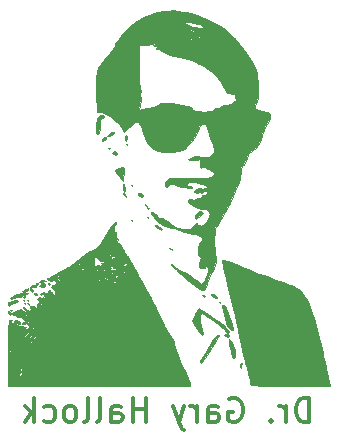
<source format=gbr>
%TF.GenerationSoftware,KiCad,Pcbnew,(6.0.7)*%
%TF.CreationDate,2022-11-12T16:48:05-06:00*%
%TF.ProjectId,BPS_Scrutineering,4250535f-5363-4727-9574-696e65657269,rev?*%
%TF.SameCoordinates,Original*%
%TF.FileFunction,Legend,Bot*%
%TF.FilePolarity,Positive*%
%FSLAX46Y46*%
G04 Gerber Fmt 4.6, Leading zero omitted, Abs format (unit mm)*
G04 Created by KiCad (PCBNEW (6.0.7)) date 2022-11-12 16:48:05*
%MOMM*%
%LPD*%
G01*
G04 APERTURE LIST*
%ADD10C,0.300000*%
%ADD11C,0.010000*%
G04 APERTURE END LIST*
D10*
X115540600Y-141874761D02*
X115540600Y-139874761D01*
X115064409Y-139874761D01*
X114778695Y-139970000D01*
X114588219Y-140160476D01*
X114492980Y-140350952D01*
X114397742Y-140731904D01*
X114397742Y-141017619D01*
X114492980Y-141398571D01*
X114588219Y-141589047D01*
X114778695Y-141779523D01*
X115064409Y-141874761D01*
X115540600Y-141874761D01*
X113540600Y-141874761D02*
X113540600Y-140541428D01*
X113540600Y-140922380D02*
X113445361Y-140731904D01*
X113350123Y-140636666D01*
X113159647Y-140541428D01*
X112969171Y-140541428D01*
X112302504Y-141684285D02*
X112207266Y-141779523D01*
X112302504Y-141874761D01*
X112397742Y-141779523D01*
X112302504Y-141684285D01*
X112302504Y-141874761D01*
X108778695Y-139970000D02*
X108969171Y-139874761D01*
X109254885Y-139874761D01*
X109540600Y-139970000D01*
X109731076Y-140160476D01*
X109826314Y-140350952D01*
X109921552Y-140731904D01*
X109921552Y-141017619D01*
X109826314Y-141398571D01*
X109731076Y-141589047D01*
X109540600Y-141779523D01*
X109254885Y-141874761D01*
X109064409Y-141874761D01*
X108778695Y-141779523D01*
X108683457Y-141684285D01*
X108683457Y-141017619D01*
X109064409Y-141017619D01*
X106969171Y-141874761D02*
X106969171Y-140827142D01*
X107064409Y-140636666D01*
X107254885Y-140541428D01*
X107635838Y-140541428D01*
X107826314Y-140636666D01*
X106969171Y-141779523D02*
X107159647Y-141874761D01*
X107635838Y-141874761D01*
X107826314Y-141779523D01*
X107921552Y-141589047D01*
X107921552Y-141398571D01*
X107826314Y-141208095D01*
X107635838Y-141112857D01*
X107159647Y-141112857D01*
X106969171Y-141017619D01*
X106016790Y-141874761D02*
X106016790Y-140541428D01*
X106016790Y-140922380D02*
X105921552Y-140731904D01*
X105826314Y-140636666D01*
X105635838Y-140541428D01*
X105445361Y-140541428D01*
X104969171Y-140541428D02*
X104492980Y-141874761D01*
X104016790Y-140541428D02*
X104492980Y-141874761D01*
X104683457Y-142350952D01*
X104778695Y-142446190D01*
X104969171Y-142541428D01*
X101731076Y-141874761D02*
X101731076Y-139874761D01*
X101731076Y-140827142D02*
X100588219Y-140827142D01*
X100588219Y-141874761D02*
X100588219Y-139874761D01*
X98778695Y-141874761D02*
X98778695Y-140827142D01*
X98873933Y-140636666D01*
X99064409Y-140541428D01*
X99445361Y-140541428D01*
X99635838Y-140636666D01*
X98778695Y-141779523D02*
X98969171Y-141874761D01*
X99445361Y-141874761D01*
X99635838Y-141779523D01*
X99731076Y-141589047D01*
X99731076Y-141398571D01*
X99635838Y-141208095D01*
X99445361Y-141112857D01*
X98969171Y-141112857D01*
X98778695Y-141017619D01*
X97540600Y-141874761D02*
X97731076Y-141779523D01*
X97826314Y-141589047D01*
X97826314Y-139874761D01*
X96492980Y-141874761D02*
X96683457Y-141779523D01*
X96778695Y-141589047D01*
X96778695Y-139874761D01*
X95445361Y-141874761D02*
X95635838Y-141779523D01*
X95731076Y-141684285D01*
X95826314Y-141493809D01*
X95826314Y-140922380D01*
X95731076Y-140731904D01*
X95635838Y-140636666D01*
X95445361Y-140541428D01*
X95159647Y-140541428D01*
X94969171Y-140636666D01*
X94873933Y-140731904D01*
X94778695Y-140922380D01*
X94778695Y-141493809D01*
X94873933Y-141684285D01*
X94969171Y-141779523D01*
X95159647Y-141874761D01*
X95445361Y-141874761D01*
X93064409Y-141779523D02*
X93254885Y-141874761D01*
X93635838Y-141874761D01*
X93826314Y-141779523D01*
X93921552Y-141684285D01*
X94016790Y-141493809D01*
X94016790Y-140922380D01*
X93921552Y-140731904D01*
X93826314Y-140636666D01*
X93635838Y-140541428D01*
X93254885Y-140541428D01*
X93064409Y-140636666D01*
X92207266Y-141874761D02*
X92207266Y-139874761D01*
X92016790Y-141112857D02*
X91445361Y-141874761D01*
X91445361Y-140541428D02*
X92207266Y-141303333D01*
%TO.C,Dr_Hallock1*%
G36*
X91607068Y-130948635D02*
G01*
X91699812Y-130983154D01*
X91624544Y-131035884D01*
X91380797Y-131102119D01*
X91367353Y-131105152D01*
X91182623Y-131179167D01*
X91126280Y-131272977D01*
X91126971Y-131276196D01*
X91088175Y-131347101D01*
X90914614Y-131338711D01*
X90719708Y-131326677D01*
X90508667Y-131363754D01*
X90487552Y-131372312D01*
X90278804Y-131441062D01*
X90212783Y-131429138D01*
X90289476Y-131346247D01*
X90508871Y-131202099D01*
X90563610Y-131171891D01*
X90785374Y-131087186D01*
X90946093Y-131081124D01*
X91029661Y-131099655D01*
X91025560Y-131036055D01*
X91018246Y-130994841D01*
X91115316Y-130950716D01*
X91364448Y-130937000D01*
X91607068Y-130948635D01*
G37*
D11*
X91607068Y-130948635D02*
X91699812Y-130983154D01*
X91624544Y-131035884D01*
X91380797Y-131102119D01*
X91367353Y-131105152D01*
X91182623Y-131179167D01*
X91126280Y-131272977D01*
X91126971Y-131276196D01*
X91088175Y-131347101D01*
X90914614Y-131338711D01*
X90719708Y-131326677D01*
X90508667Y-131363754D01*
X90487552Y-131372312D01*
X90278804Y-131441062D01*
X90212783Y-131429138D01*
X90289476Y-131346247D01*
X90508871Y-131202099D01*
X90563610Y-131171891D01*
X90785374Y-131087186D01*
X90946093Y-131081124D01*
X91029661Y-131099655D01*
X91025560Y-131036055D01*
X91018246Y-130994841D01*
X91115316Y-130950716D01*
X91364448Y-130937000D01*
X91607068Y-130948635D01*
G36*
X99906667Y-122585238D02*
G01*
X99977970Y-122676730D01*
X100030974Y-122824119D01*
X99999839Y-122864242D01*
X99903974Y-122771651D01*
X99847415Y-122689981D01*
X99785821Y-122558542D01*
X99805723Y-122513147D01*
X99906667Y-122585238D01*
G37*
X99906667Y-122585238D02*
X99977970Y-122676730D01*
X100030974Y-122824119D01*
X99999839Y-122864242D01*
X99903974Y-122771651D01*
X99847415Y-122689981D01*
X99785821Y-122558542D01*
X99805723Y-122513147D01*
X99906667Y-122585238D01*
G36*
X109825128Y-136976425D02*
G01*
X109797330Y-137068596D01*
X109758804Y-137272758D01*
X109740433Y-137314710D01*
X109709302Y-137213735D01*
X109708332Y-137068997D01*
X109775627Y-136917402D01*
X109781777Y-136911786D01*
X109846993Y-136874966D01*
X109825128Y-136976425D01*
G37*
X109825128Y-136976425D02*
X109797330Y-137068596D01*
X109758804Y-137272758D01*
X109740433Y-137314710D01*
X109709302Y-137213735D01*
X109708332Y-137068997D01*
X109775627Y-136917402D01*
X109781777Y-136911786D01*
X109846993Y-136874966D01*
X109825128Y-136976425D01*
G36*
X90818895Y-131561949D02*
G01*
X90839804Y-131645433D01*
X90737362Y-131750845D01*
X90524936Y-131848847D01*
X90502142Y-131856179D01*
X90319825Y-131915364D01*
X90233500Y-131944357D01*
X90221540Y-131920811D01*
X90212334Y-131791593D01*
X90212355Y-131786884D01*
X90252274Y-131674025D01*
X90394907Y-131677930D01*
X90514137Y-131691720D01*
X90516910Y-131627670D01*
X90520501Y-131558452D01*
X90670346Y-131529667D01*
X90818895Y-131561949D01*
G37*
X90818895Y-131561949D02*
X90839804Y-131645433D01*
X90737362Y-131750845D01*
X90524936Y-131848847D01*
X90502142Y-131856179D01*
X90319825Y-131915364D01*
X90233500Y-131944357D01*
X90221540Y-131920811D01*
X90212334Y-131791593D01*
X90212355Y-131786884D01*
X90252274Y-131674025D01*
X90394907Y-131677930D01*
X90514137Y-131691720D01*
X90516910Y-131627670D01*
X90520501Y-131558452D01*
X90670346Y-131529667D01*
X90818895Y-131561949D01*
G36*
X99864334Y-121835334D02*
G01*
X99911073Y-122048357D01*
X99938983Y-122237500D01*
X99931213Y-122316448D01*
X99864334Y-122385667D01*
X99836810Y-122362773D01*
X99799809Y-122217808D01*
X99789684Y-121983500D01*
X99793511Y-121852979D01*
X99804539Y-121703640D01*
X99825759Y-121702498D01*
X99864334Y-121835334D01*
G37*
X99864334Y-121835334D02*
X99911073Y-122048357D01*
X99938983Y-122237500D01*
X99931213Y-122316448D01*
X99864334Y-122385667D01*
X99836810Y-122362773D01*
X99799809Y-122217808D01*
X99789684Y-121983500D01*
X99793511Y-121852979D01*
X99804539Y-121703640D01*
X99825759Y-121702498D01*
X99864334Y-121835334D01*
G36*
X101896334Y-124544667D02*
G01*
X101854000Y-124587000D01*
X101811667Y-124544667D01*
X101854000Y-124502334D01*
X101896334Y-124544667D01*
G37*
X101896334Y-124544667D02*
X101854000Y-124587000D01*
X101811667Y-124544667D01*
X101854000Y-124502334D01*
X101896334Y-124544667D01*
G36*
X106236734Y-132287234D02*
G01*
X106418510Y-132392475D01*
X106685463Y-132561757D01*
X107005129Y-132773152D01*
X107345045Y-133004731D01*
X107672749Y-133234564D01*
X107955777Y-133440723D01*
X108161667Y-133601279D01*
X108288795Y-133711959D01*
X108519378Y-133945117D01*
X108663946Y-134140105D01*
X108707449Y-134273947D01*
X108634839Y-134323667D01*
X108521126Y-134278175D01*
X108380512Y-134138888D01*
X108286373Y-134037313D01*
X108076280Y-133851558D01*
X107792599Y-133620785D01*
X107469251Y-133370595D01*
X107140156Y-133126587D01*
X106839235Y-132914362D01*
X106600410Y-132759520D01*
X106457600Y-132687661D01*
X106424513Y-132680444D01*
X106322163Y-132710163D01*
X106286233Y-132871093D01*
X106283204Y-132934157D01*
X106307441Y-133458643D01*
X106430256Y-134016615D01*
X106468509Y-134165672D01*
X106504929Y-134390908D01*
X106495518Y-134517513D01*
X106464256Y-134536549D01*
X106353454Y-134476361D01*
X106198037Y-134304522D01*
X106019879Y-134047309D01*
X105840852Y-133731000D01*
X105646259Y-133350000D01*
X105876672Y-132799667D01*
X105886088Y-132777334D01*
X106008988Y-132512657D01*
X106114924Y-132328633D01*
X106181876Y-132263916D01*
X106236734Y-132287234D01*
G37*
X106236734Y-132287234D02*
X106418510Y-132392475D01*
X106685463Y-132561757D01*
X107005129Y-132773152D01*
X107345045Y-133004731D01*
X107672749Y-133234564D01*
X107955777Y-133440723D01*
X108161667Y-133601279D01*
X108288795Y-133711959D01*
X108519378Y-133945117D01*
X108663946Y-134140105D01*
X108707449Y-134273947D01*
X108634839Y-134323667D01*
X108521126Y-134278175D01*
X108380512Y-134138888D01*
X108286373Y-134037313D01*
X108076280Y-133851558D01*
X107792599Y-133620785D01*
X107469251Y-133370595D01*
X107140156Y-133126587D01*
X106839235Y-132914362D01*
X106600410Y-132759520D01*
X106457600Y-132687661D01*
X106424513Y-132680444D01*
X106322163Y-132710163D01*
X106286233Y-132871093D01*
X106283204Y-132934157D01*
X106307441Y-133458643D01*
X106430256Y-134016615D01*
X106468509Y-134165672D01*
X106504929Y-134390908D01*
X106495518Y-134517513D01*
X106464256Y-134536549D01*
X106353454Y-134476361D01*
X106198037Y-134304522D01*
X106019879Y-134047309D01*
X105840852Y-133731000D01*
X105646259Y-133350000D01*
X105876672Y-132799667D01*
X105886088Y-132777334D01*
X106008988Y-132512657D01*
X106114924Y-132328633D01*
X106181876Y-132263916D01*
X106236734Y-132287234D01*
G36*
X99828260Y-120376552D02*
G01*
X99866220Y-120573878D01*
X99845560Y-120907084D01*
X99812185Y-121128701D01*
X99766427Y-121200334D01*
X99739622Y-121243582D01*
X99747649Y-121390834D01*
X99767625Y-121497999D01*
X99762563Y-121526516D01*
X99702792Y-121398064D01*
X99631280Y-121275128D01*
X99504794Y-121144064D01*
X99429314Y-121083496D01*
X99280289Y-120910009D01*
X99154981Y-120713142D01*
X99102334Y-120563503D01*
X99107296Y-120545331D01*
X99211082Y-120454518D01*
X99407079Y-120362153D01*
X99431512Y-120353530D01*
X99686399Y-120304505D01*
X99828260Y-120376552D01*
G37*
X99828260Y-120376552D02*
X99866220Y-120573878D01*
X99845560Y-120907084D01*
X99812185Y-121128701D01*
X99766427Y-121200334D01*
X99739622Y-121243582D01*
X99747649Y-121390834D01*
X99767625Y-121497999D01*
X99762563Y-121526516D01*
X99702792Y-121398064D01*
X99631280Y-121275128D01*
X99504794Y-121144064D01*
X99429314Y-121083496D01*
X99280289Y-120910009D01*
X99154981Y-120713142D01*
X99102334Y-120563503D01*
X99107296Y-120545331D01*
X99211082Y-120454518D01*
X99407079Y-120362153D01*
X99431512Y-120353530D01*
X99686399Y-120304505D01*
X99828260Y-120376552D01*
G36*
X93203033Y-129915282D02*
G01*
X93205967Y-129918250D01*
X93249937Y-129982775D01*
X93154500Y-129959291D01*
X93069041Y-129942450D01*
X93006334Y-129996608D01*
X92974518Y-130051133D01*
X92837000Y-130090334D01*
X92738594Y-130074765D01*
X92667667Y-130007280D01*
X92725619Y-129927376D01*
X92883533Y-129871318D01*
X93067601Y-129863003D01*
X93203033Y-129915282D01*
G37*
X93203033Y-129915282D02*
X93205967Y-129918250D01*
X93249937Y-129982775D01*
X93154500Y-129959291D01*
X93069041Y-129942450D01*
X93006334Y-129996608D01*
X92974518Y-130051133D01*
X92837000Y-130090334D01*
X92738594Y-130074765D01*
X92667667Y-130007280D01*
X92725619Y-129927376D01*
X92883533Y-129871318D01*
X93067601Y-129863003D01*
X93203033Y-129915282D01*
G36*
X91736334Y-131572000D02*
G01*
X91694000Y-131614334D01*
X91651667Y-131572000D01*
X91694000Y-131529667D01*
X91736334Y-131572000D01*
G37*
X91736334Y-131572000D02*
X91694000Y-131614334D01*
X91651667Y-131572000D01*
X91694000Y-131529667D01*
X91736334Y-131572000D01*
G36*
X92430164Y-130954424D02*
G01*
X92498334Y-131071056D01*
X92449463Y-131163566D01*
X92348009Y-131149350D01*
X92263737Y-131037542D01*
X92265532Y-130986229D01*
X92364278Y-130937000D01*
X92430164Y-130954424D01*
G37*
X92430164Y-130954424D02*
X92498334Y-131071056D01*
X92449463Y-131163566D01*
X92348009Y-131149350D01*
X92263737Y-131037542D01*
X92265532Y-130986229D01*
X92364278Y-130937000D01*
X92430164Y-130954424D01*
G36*
X106567841Y-131109494D02*
G01*
X106680000Y-131191000D01*
X106693564Y-131223501D01*
X106647661Y-131275667D01*
X106622826Y-131272506D01*
X106510667Y-131191000D01*
X106497104Y-131158499D01*
X106543007Y-131106334D01*
X106567841Y-131109494D01*
G37*
X106567841Y-131109494D02*
X106680000Y-131191000D01*
X106693564Y-131223501D01*
X106647661Y-131275667D01*
X106622826Y-131272506D01*
X106510667Y-131191000D01*
X106497104Y-131158499D01*
X106543007Y-131106334D01*
X106567841Y-131109494D01*
G36*
X98318482Y-117826114D02*
G01*
X98213804Y-117982481D01*
X98199246Y-117998516D01*
X98069579Y-118126498D01*
X98013670Y-118123897D01*
X98001667Y-117992059D01*
X98023365Y-117898044D01*
X98140785Y-117778399D01*
X98290046Y-117752652D01*
X98318482Y-117826114D01*
G37*
X98318482Y-117826114D02*
X98213804Y-117982481D01*
X98199246Y-117998516D01*
X98069579Y-118126498D01*
X98013670Y-118123897D01*
X98001667Y-117992059D01*
X98023365Y-117898044D01*
X98140785Y-117778399D01*
X98290046Y-117752652D01*
X98318482Y-117826114D01*
G36*
X93160786Y-130170099D02*
G01*
X93175667Y-130294691D01*
X93168317Y-130384837D01*
X93101092Y-130455031D01*
X92921667Y-130447060D01*
X92918097Y-130446531D01*
X92741105Y-130403701D01*
X92667667Y-130353286D01*
X92668000Y-130350264D01*
X92746648Y-130282626D01*
X92921667Y-130200917D01*
X93083589Y-130148190D01*
X93160786Y-130170099D01*
G37*
X93160786Y-130170099D02*
X93175667Y-130294691D01*
X93168317Y-130384837D01*
X93101092Y-130455031D01*
X92921667Y-130447060D01*
X92918097Y-130446531D01*
X92741105Y-130403701D01*
X92667667Y-130353286D01*
X92668000Y-130350264D01*
X92746648Y-130282626D01*
X92921667Y-130200917D01*
X93083589Y-130148190D01*
X93160786Y-130170099D01*
G36*
X106446798Y-124105845D02*
G01*
X106503309Y-124195066D01*
X106461042Y-124295283D01*
X106298270Y-124447623D01*
X106260322Y-124479290D01*
X106064473Y-124624771D01*
X105940806Y-124665823D01*
X105849676Y-124617453D01*
X105840130Y-124600682D01*
X105862574Y-124474597D01*
X105954834Y-124298793D01*
X106080639Y-124132815D01*
X106203719Y-124036211D01*
X106291880Y-124029248D01*
X106446798Y-124105845D01*
G37*
X106446798Y-124105845D02*
X106503309Y-124195066D01*
X106461042Y-124295283D01*
X106298270Y-124447623D01*
X106260322Y-124479290D01*
X106064473Y-124624771D01*
X105940806Y-124665823D01*
X105849676Y-124617453D01*
X105840130Y-124600682D01*
X105862574Y-124474597D01*
X105954834Y-124298793D01*
X106080639Y-124132815D01*
X106203719Y-124036211D01*
X106291880Y-124029248D01*
X106446798Y-124105845D01*
G36*
X101267025Y-122535036D02*
G01*
X101411170Y-122626553D01*
X101427051Y-122730184D01*
X101335745Y-122801219D01*
X101183039Y-122778683D01*
X101049712Y-122639750D01*
X101026226Y-122593823D01*
X101008392Y-122499641D01*
X101110233Y-122494033D01*
X101267025Y-122535036D01*
G37*
X101267025Y-122535036D02*
X101411170Y-122626553D01*
X101427051Y-122730184D01*
X101335745Y-122801219D01*
X101183039Y-122778683D01*
X101049712Y-122639750D01*
X101026226Y-122593823D01*
X101008392Y-122499641D01*
X101110233Y-122494033D01*
X101267025Y-122535036D01*
G36*
X98065167Y-115929502D02*
G01*
X98159949Y-115994282D01*
X98142797Y-116079514D01*
X98001027Y-116120334D01*
X97928648Y-116128033D01*
X97867047Y-116184914D01*
X97843604Y-116331423D01*
X97845680Y-116607167D01*
X97844037Y-116807822D01*
X97815575Y-117110563D01*
X97763749Y-117326834D01*
X97722018Y-117418916D01*
X97626479Y-117547885D01*
X97554634Y-117513929D01*
X97509394Y-117320866D01*
X97493667Y-116972512D01*
X97498716Y-116740435D01*
X97550592Y-116311611D01*
X97660624Y-116036559D01*
X97831315Y-115910711D01*
X98065167Y-115929502D01*
G37*
X98065167Y-115929502D02*
X98159949Y-115994282D01*
X98142797Y-116079514D01*
X98001027Y-116120334D01*
X97928648Y-116128033D01*
X97867047Y-116184914D01*
X97843604Y-116331423D01*
X97845680Y-116607167D01*
X97844037Y-116807822D01*
X97815575Y-117110563D01*
X97763749Y-117326834D01*
X97722018Y-117418916D01*
X97626479Y-117547885D01*
X97554634Y-117513929D01*
X97509394Y-117320866D01*
X97493667Y-116972512D01*
X97498716Y-116740435D01*
X97550592Y-116311611D01*
X97660624Y-116036559D01*
X97831315Y-115910711D01*
X98065167Y-115929502D01*
G36*
X98650778Y-118688556D02*
G01*
X98664024Y-118714022D01*
X98594334Y-118745000D01*
X98549512Y-118738890D01*
X98537889Y-118688556D01*
X98550299Y-118678423D01*
X98650778Y-118688556D01*
G37*
X98650778Y-118688556D02*
X98664024Y-118714022D01*
X98594334Y-118745000D01*
X98549512Y-118738890D01*
X98537889Y-118688556D01*
X98550299Y-118678423D01*
X98650778Y-118688556D01*
G36*
X91482334Y-131270670D02*
G01*
X91479080Y-131295246D01*
X91397667Y-131360334D01*
X91378506Y-131359363D01*
X91313000Y-131322997D01*
X91316897Y-131309416D01*
X91397667Y-131233334D01*
X91430464Y-131220104D01*
X91482334Y-131270670D01*
G37*
X91482334Y-131270670D02*
X91479080Y-131295246D01*
X91397667Y-131360334D01*
X91378506Y-131359363D01*
X91313000Y-131322997D01*
X91316897Y-131309416D01*
X91397667Y-131233334D01*
X91430464Y-131220104D01*
X91482334Y-131270670D01*
G36*
X101682729Y-123484725D02*
G01*
X101755499Y-123550734D01*
X101811667Y-123623700D01*
X101773441Y-123664819D01*
X101683267Y-123620730D01*
X101607121Y-123516691D01*
X101597147Y-123489845D01*
X101590938Y-123422951D01*
X101682729Y-123484725D01*
G37*
X101682729Y-123484725D02*
X101755499Y-123550734D01*
X101811667Y-123623700D01*
X101773441Y-123664819D01*
X101683267Y-123620730D01*
X101607121Y-123516691D01*
X101597147Y-123489845D01*
X101590938Y-123422951D01*
X101682729Y-123484725D01*
G36*
X107840434Y-134498516D02*
G01*
X107907667Y-134542727D01*
X107895225Y-134574200D01*
X107810965Y-134725556D01*
X107663889Y-134970509D01*
X107473729Y-135277671D01*
X107260216Y-135615652D01*
X107043083Y-135953064D01*
X106842062Y-136258516D01*
X106676885Y-136500620D01*
X106580882Y-136631043D01*
X106443346Y-136795008D01*
X106362500Y-136860454D01*
X106303394Y-136834343D01*
X106315677Y-136705143D01*
X106431079Y-136484572D01*
X106641908Y-136191062D01*
X106798905Y-135979338D01*
X107004527Y-135666417D01*
X107152094Y-135400292D01*
X107323132Y-135069353D01*
X107509805Y-134773753D01*
X107676847Y-134572322D01*
X107801834Y-134496262D01*
X107840434Y-134498516D01*
G37*
X107840434Y-134498516D02*
X107907667Y-134542727D01*
X107895225Y-134574200D01*
X107810965Y-134725556D01*
X107663889Y-134970509D01*
X107473729Y-135277671D01*
X107260216Y-135615652D01*
X107043083Y-135953064D01*
X106842062Y-136258516D01*
X106676885Y-136500620D01*
X106580882Y-136631043D01*
X106443346Y-136795008D01*
X106362500Y-136860454D01*
X106303394Y-136834343D01*
X106315677Y-136705143D01*
X106431079Y-136484572D01*
X106641908Y-136191062D01*
X106798905Y-135979338D01*
X107004527Y-135666417D01*
X107152094Y-135400292D01*
X107323132Y-135069353D01*
X107509805Y-134773753D01*
X107676847Y-134572322D01*
X107801834Y-134496262D01*
X107840434Y-134498516D01*
G36*
X108848864Y-134942762D02*
G01*
X108962132Y-135131477D01*
X109083651Y-135417330D01*
X109131919Y-135553929D01*
X109232926Y-135908804D01*
X109257444Y-136173299D01*
X109211129Y-136390589D01*
X109208240Y-136397841D01*
X109126881Y-136482157D01*
X109045395Y-136431119D01*
X109008334Y-136271000D01*
X108995346Y-136179057D01*
X108922286Y-136058480D01*
X108895661Y-136034779D01*
X108888108Y-135921373D01*
X108900312Y-135802452D01*
X108854297Y-135609723D01*
X108784569Y-135385897D01*
X108722010Y-135110591D01*
X108719580Y-135096018D01*
X108711487Y-134911375D01*
X108759948Y-134864842D01*
X108848864Y-134942762D01*
G37*
X108848864Y-134942762D02*
X108962132Y-135131477D01*
X109083651Y-135417330D01*
X109131919Y-135553929D01*
X109232926Y-135908804D01*
X109257444Y-136173299D01*
X109211129Y-136390589D01*
X109208240Y-136397841D01*
X109126881Y-136482157D01*
X109045395Y-136431119D01*
X109008334Y-136271000D01*
X108995346Y-136179057D01*
X108922286Y-136058480D01*
X108895661Y-136034779D01*
X108888108Y-135921373D01*
X108900312Y-135802452D01*
X108854297Y-135609723D01*
X108784569Y-135385897D01*
X108722010Y-135110591D01*
X108719580Y-135096018D01*
X108711487Y-134911375D01*
X108759948Y-134864842D01*
X108848864Y-134942762D01*
G36*
X100541667Y-121835334D02*
G01*
X100499334Y-121877667D01*
X100457000Y-121835334D01*
X100499334Y-121793000D01*
X100541667Y-121835334D01*
G37*
X100541667Y-121835334D02*
X100499334Y-121877667D01*
X100457000Y-121835334D01*
X100499334Y-121793000D01*
X100541667Y-121835334D01*
G36*
X91397667Y-131572000D02*
G01*
X91355334Y-131614334D01*
X91313000Y-131572000D01*
X91355334Y-131529667D01*
X91397667Y-131572000D01*
G37*
X91397667Y-131572000D02*
X91355334Y-131614334D01*
X91313000Y-131572000D01*
X91355334Y-131529667D01*
X91397667Y-131572000D01*
G36*
X101952778Y-123768556D02*
G01*
X101966024Y-123794022D01*
X101896334Y-123825000D01*
X101851512Y-123818890D01*
X101839889Y-123768556D01*
X101852299Y-123758423D01*
X101952778Y-123768556D01*
G37*
X101952778Y-123768556D02*
X101966024Y-123794022D01*
X101896334Y-123825000D01*
X101851512Y-123818890D01*
X101839889Y-123768556D01*
X101852299Y-123758423D01*
X101952778Y-123768556D01*
G36*
X90099197Y-131714298D02*
G01*
X90108024Y-131868334D01*
X90107205Y-131925778D01*
X90093845Y-132042851D01*
X90069304Y-132016500D01*
X90056137Y-131934901D01*
X90069304Y-131720167D01*
X90077220Y-131696144D01*
X90099197Y-131714298D01*
G37*
X90099197Y-131714298D02*
X90108024Y-131868334D01*
X90107205Y-131925778D01*
X90093845Y-132042851D01*
X90069304Y-132016500D01*
X90056137Y-131934901D01*
X90069304Y-131720167D01*
X90077220Y-131696144D01*
X90099197Y-131714298D01*
G36*
X90353445Y-133251222D02*
G01*
X90366691Y-133276689D01*
X90297000Y-133307667D01*
X90252178Y-133301557D01*
X90240556Y-133251222D01*
X90252965Y-133241089D01*
X90353445Y-133251222D01*
G37*
X90353445Y-133251222D02*
X90366691Y-133276689D01*
X90297000Y-133307667D01*
X90252178Y-133301557D01*
X90240556Y-133251222D01*
X90252965Y-133241089D01*
X90353445Y-133251222D01*
G36*
X92533954Y-130096981D02*
G01*
X92540667Y-130175000D01*
X92523290Y-130200338D01*
X92451004Y-130259667D01*
X92442554Y-130257466D01*
X92413667Y-130175000D01*
X92417113Y-130151794D01*
X92503331Y-130090334D01*
X92533954Y-130096981D01*
G37*
X92533954Y-130096981D02*
X92540667Y-130175000D01*
X92523290Y-130200338D01*
X92451004Y-130259667D01*
X92442554Y-130257466D01*
X92413667Y-130175000D01*
X92417113Y-130151794D01*
X92503331Y-130090334D01*
X92533954Y-130096981D01*
G36*
X108688151Y-134434685D02*
G01*
X108754334Y-134535334D01*
X108754281Y-134544197D01*
X108732008Y-134636016D01*
X108638693Y-134653693D01*
X108429677Y-134607098D01*
X108406397Y-134600625D01*
X108298405Y-134546817D01*
X108345010Y-134482550D01*
X108530743Y-134414691D01*
X108688151Y-134434685D01*
G37*
X108688151Y-134434685D02*
X108754334Y-134535334D01*
X108754281Y-134544197D01*
X108732008Y-134636016D01*
X108638693Y-134653693D01*
X108429677Y-134607098D01*
X108406397Y-134600625D01*
X108298405Y-134546817D01*
X108345010Y-134482550D01*
X108530743Y-134414691D01*
X108688151Y-134434685D01*
G36*
X107373758Y-131061856D02*
G01*
X107532593Y-131146471D01*
X107675972Y-131257796D01*
X107738334Y-131354359D01*
X107712015Y-131392601D01*
X107593707Y-131389281D01*
X107437117Y-131325995D01*
X107305709Y-131222138D01*
X107259947Y-131148491D01*
X107257960Y-131050485D01*
X107265025Y-131045422D01*
X107373758Y-131061856D01*
G37*
X107373758Y-131061856D02*
X107532593Y-131146471D01*
X107675972Y-131257796D01*
X107738334Y-131354359D01*
X107712015Y-131392601D01*
X107593707Y-131389281D01*
X107437117Y-131325995D01*
X107305709Y-131222138D01*
X107259947Y-131148491D01*
X107257960Y-131050485D01*
X107265025Y-131045422D01*
X107373758Y-131061856D01*
G36*
X90353445Y-132404556D02*
G01*
X90366691Y-132430022D01*
X90297000Y-132461000D01*
X90252178Y-132454890D01*
X90240556Y-132404556D01*
X90252965Y-132394423D01*
X90353445Y-132404556D01*
G37*
X90353445Y-132404556D02*
X90366691Y-132430022D01*
X90297000Y-132461000D01*
X90252178Y-132454890D01*
X90240556Y-132404556D01*
X90252965Y-132394423D01*
X90353445Y-132404556D01*
G36*
X102712567Y-125298628D02*
G01*
X102954667Y-125467104D01*
X103044678Y-125558738D01*
X103015188Y-125600307D01*
X102895457Y-125571077D01*
X102714112Y-125474863D01*
X102556395Y-125353644D01*
X102489000Y-125251617D01*
X102489018Y-125250221D01*
X102549751Y-125222817D01*
X102712567Y-125298628D01*
G37*
X102712567Y-125298628D02*
X102954667Y-125467104D01*
X103044678Y-125558738D01*
X103015188Y-125600307D01*
X102895457Y-125571077D01*
X102714112Y-125474863D01*
X102556395Y-125353644D01*
X102489000Y-125251617D01*
X102489018Y-125250221D01*
X102549751Y-125222817D01*
X102712567Y-125298628D01*
G36*
X108335211Y-132025021D02*
G01*
X108451244Y-132193935D01*
X108526661Y-132361091D01*
X108637332Y-132640939D01*
X108761451Y-132977646D01*
X108884048Y-133328278D01*
X108990152Y-133649903D01*
X109064793Y-133899586D01*
X109093000Y-134034394D01*
X109087709Y-134068222D01*
X109017807Y-134088527D01*
X108840841Y-134015561D01*
X108643993Y-133863630D01*
X108506791Y-133577551D01*
X108459113Y-133390474D01*
X108378567Y-133057251D01*
X108298598Y-132710286D01*
X108229159Y-132394126D01*
X108180199Y-132153319D01*
X108161667Y-132032413D01*
X108166077Y-131992339D01*
X108228093Y-131951094D01*
X108335211Y-132025021D01*
G37*
X108335211Y-132025021D02*
X108451244Y-132193935D01*
X108526661Y-132361091D01*
X108637332Y-132640939D01*
X108761451Y-132977646D01*
X108884048Y-133328278D01*
X108990152Y-133649903D01*
X109064793Y-133899586D01*
X109093000Y-134034394D01*
X109087709Y-134068222D01*
X109017807Y-134088527D01*
X108840841Y-134015561D01*
X108643993Y-133863630D01*
X108506791Y-133577551D01*
X108459113Y-133390474D01*
X108378567Y-133057251D01*
X108298598Y-132710286D01*
X108229159Y-132394126D01*
X108180199Y-132153319D01*
X108161667Y-132032413D01*
X108166077Y-131992339D01*
X108228093Y-131951094D01*
X108335211Y-132025021D01*
G36*
X108326303Y-128164675D02*
G01*
X108545496Y-128242082D01*
X108880636Y-128367555D01*
X109309475Y-128532614D01*
X109809763Y-128728780D01*
X110359253Y-128947575D01*
X110703888Y-129084822D01*
X111320727Y-129326134D01*
X111923262Y-129556879D01*
X112475898Y-129763644D01*
X112943040Y-129933016D01*
X113289092Y-130051583D01*
X113516408Y-130126055D01*
X113925484Y-130268568D01*
X114223535Y-130391855D01*
X114446531Y-130514323D01*
X114630444Y-130654376D01*
X114811246Y-130830420D01*
X114944969Y-130979908D01*
X115176034Y-131292882D01*
X115391937Y-131667510D01*
X115598073Y-132118959D01*
X115799834Y-132662395D01*
X116002617Y-133312984D01*
X116211813Y-134085892D01*
X116432820Y-134996287D01*
X116671029Y-136059334D01*
X116718686Y-136278169D01*
X116835387Y-136810183D01*
X116949504Y-137325675D01*
X117050011Y-137774974D01*
X117125882Y-138108409D01*
X117286455Y-138802817D01*
X116851561Y-138828075D01*
X116693795Y-138834217D01*
X116367787Y-138840214D01*
X115933518Y-138843730D01*
X115414119Y-138844961D01*
X114832723Y-138844105D01*
X114212465Y-138841359D01*
X113576476Y-138836920D01*
X112947890Y-138830986D01*
X112349839Y-138823753D01*
X111805457Y-138815419D01*
X111337876Y-138806181D01*
X110970230Y-138796237D01*
X110725651Y-138785782D01*
X110627273Y-138775015D01*
X110614076Y-138763032D01*
X110549559Y-138627705D01*
X110493963Y-138409769D01*
X110483009Y-138354433D01*
X110427206Y-138108246D01*
X110340723Y-137751784D01*
X110233124Y-137323954D01*
X110113970Y-136863667D01*
X110083825Y-136747833D01*
X109958687Y-136245960D01*
X109843531Y-135753305D01*
X109750044Y-135321205D01*
X109689915Y-135001000D01*
X109617304Y-134595847D01*
X109520205Y-134120689D01*
X109421383Y-133688667D01*
X109418771Y-133678064D01*
X109331319Y-133323702D01*
X109218005Y-132865249D01*
X109093189Y-132360772D01*
X108971230Y-131868334D01*
X108890230Y-131538912D01*
X108736995Y-130902744D01*
X108589263Y-130273994D01*
X108454170Y-129684027D01*
X108338850Y-129164212D01*
X108250438Y-128745914D01*
X108196069Y-128460500D01*
X108185449Y-128390303D01*
X108183236Y-128201283D01*
X108248034Y-128143000D01*
X108326303Y-128164675D01*
G37*
X108326303Y-128164675D02*
X108545496Y-128242082D01*
X108880636Y-128367555D01*
X109309475Y-128532614D01*
X109809763Y-128728780D01*
X110359253Y-128947575D01*
X110703888Y-129084822D01*
X111320727Y-129326134D01*
X111923262Y-129556879D01*
X112475898Y-129763644D01*
X112943040Y-129933016D01*
X113289092Y-130051583D01*
X113516408Y-130126055D01*
X113925484Y-130268568D01*
X114223535Y-130391855D01*
X114446531Y-130514323D01*
X114630444Y-130654376D01*
X114811246Y-130830420D01*
X114944969Y-130979908D01*
X115176034Y-131292882D01*
X115391937Y-131667510D01*
X115598073Y-132118959D01*
X115799834Y-132662395D01*
X116002617Y-133312984D01*
X116211813Y-134085892D01*
X116432820Y-134996287D01*
X116671029Y-136059334D01*
X116718686Y-136278169D01*
X116835387Y-136810183D01*
X116949504Y-137325675D01*
X117050011Y-137774974D01*
X117125882Y-138108409D01*
X117286455Y-138802817D01*
X116851561Y-138828075D01*
X116693795Y-138834217D01*
X116367787Y-138840214D01*
X115933518Y-138843730D01*
X115414119Y-138844961D01*
X114832723Y-138844105D01*
X114212465Y-138841359D01*
X113576476Y-138836920D01*
X112947890Y-138830986D01*
X112349839Y-138823753D01*
X111805457Y-138815419D01*
X111337876Y-138806181D01*
X110970230Y-138796237D01*
X110725651Y-138785782D01*
X110627273Y-138775015D01*
X110614076Y-138763032D01*
X110549559Y-138627705D01*
X110493963Y-138409769D01*
X110483009Y-138354433D01*
X110427206Y-138108246D01*
X110340723Y-137751784D01*
X110233124Y-137323954D01*
X110113970Y-136863667D01*
X110083825Y-136747833D01*
X109958687Y-136245960D01*
X109843531Y-135753305D01*
X109750044Y-135321205D01*
X109689915Y-135001000D01*
X109617304Y-134595847D01*
X109520205Y-134120689D01*
X109421383Y-133688667D01*
X109418771Y-133678064D01*
X109331319Y-133323702D01*
X109218005Y-132865249D01*
X109093189Y-132360772D01*
X108971230Y-131868334D01*
X108890230Y-131538912D01*
X108736995Y-130902744D01*
X108589263Y-130273994D01*
X108454170Y-129684027D01*
X108338850Y-129164212D01*
X108250438Y-128745914D01*
X108196069Y-128460500D01*
X108185449Y-128390303D01*
X108183236Y-128201283D01*
X108248034Y-128143000D01*
X108326303Y-128164675D01*
G36*
X99141079Y-118996022D02*
G01*
X99213671Y-119068891D01*
X99271667Y-119178700D01*
X99255506Y-119215466D01*
X99143620Y-119250855D01*
X98993342Y-119231436D01*
X98886108Y-119160956D01*
X98868087Y-119122972D01*
X98887954Y-119003070D01*
X98999267Y-118947611D01*
X99141079Y-118996022D01*
G37*
X99141079Y-118996022D02*
X99213671Y-119068891D01*
X99271667Y-119178700D01*
X99255506Y-119215466D01*
X99143620Y-119250855D01*
X98993342Y-119231436D01*
X98886108Y-119160956D01*
X98868087Y-119122972D01*
X98887954Y-119003070D01*
X98999267Y-118947611D01*
X99141079Y-118996022D01*
G36*
X91736334Y-130640948D02*
G01*
X91713969Y-130706993D01*
X91588167Y-130793971D01*
X91356509Y-130842249D01*
X91243202Y-130834637D01*
X91283521Y-130769517D01*
X91482334Y-130653357D01*
X91600350Y-130598378D01*
X91708856Y-130576023D01*
X91736334Y-130640948D01*
G37*
X91736334Y-130640948D02*
X91713969Y-130706993D01*
X91588167Y-130793971D01*
X91356509Y-130842249D01*
X91243202Y-130834637D01*
X91283521Y-130769517D01*
X91482334Y-130653357D01*
X91600350Y-130598378D01*
X91708856Y-130576023D01*
X91736334Y-130640948D01*
G36*
X103759000Y-127169334D02*
G01*
X103716667Y-127211667D01*
X103674334Y-127169334D01*
X103716667Y-127127000D01*
X103759000Y-127169334D01*
G37*
X103759000Y-127169334D02*
X103716667Y-127211667D01*
X103674334Y-127169334D01*
X103716667Y-127127000D01*
X103759000Y-127169334D01*
G36*
X98977915Y-117315529D02*
G01*
X99016072Y-117381746D01*
X98931908Y-117484882D01*
X98742500Y-117594851D01*
X98581532Y-117665196D01*
X98465088Y-117712841D01*
X98427652Y-117716681D01*
X98425000Y-117689965D01*
X98479213Y-117601473D01*
X98620260Y-117471380D01*
X98784191Y-117355656D01*
X98906632Y-117305667D01*
X98977915Y-117315529D01*
G37*
X98977915Y-117315529D02*
X99016072Y-117381746D01*
X98931908Y-117484882D01*
X98742500Y-117594851D01*
X98581532Y-117665196D01*
X98465088Y-117712841D01*
X98427652Y-117716681D01*
X98425000Y-117689965D01*
X98479213Y-117601473D01*
X98620260Y-117471380D01*
X98784191Y-117355656D01*
X98906632Y-117305667D01*
X98977915Y-117315529D01*
G36*
X100118334Y-118364000D02*
G01*
X100076000Y-118406334D01*
X100033667Y-118364000D01*
X100076000Y-118321667D01*
X100118334Y-118364000D01*
G37*
X100118334Y-118364000D02*
X100076000Y-118406334D01*
X100033667Y-118364000D01*
X100076000Y-118321667D01*
X100118334Y-118364000D01*
G36*
X90170000Y-132545667D02*
G01*
X90239075Y-132615025D01*
X90297000Y-132725367D01*
X90282751Y-132759459D01*
X90170000Y-132799667D01*
X90093557Y-132765951D01*
X90043000Y-132619967D01*
X90043697Y-132578890D01*
X90072687Y-132491133D01*
X90170000Y-132545667D01*
G37*
X90170000Y-132545667D02*
X90239075Y-132615025D01*
X90297000Y-132725367D01*
X90282751Y-132759459D01*
X90170000Y-132799667D01*
X90093557Y-132765951D01*
X90043000Y-132619967D01*
X90043697Y-132578890D01*
X90072687Y-132491133D01*
X90170000Y-132545667D01*
G36*
X108421314Y-108628554D02*
G01*
X108531254Y-108723652D01*
X108664167Y-108838623D01*
X108937157Y-109109026D01*
X109208443Y-109397158D01*
X109221975Y-109413574D01*
X109273083Y-109475576D01*
X109329941Y-109544556D01*
X109495297Y-109745163D01*
X109675626Y-109963936D01*
X110018947Y-110380451D01*
X110093312Y-110490000D01*
X110747466Y-111453656D01*
X110770221Y-111490886D01*
X110898136Y-111708251D01*
X110987601Y-111893925D01*
X111048508Y-112088040D01*
X111090751Y-112330731D01*
X111124222Y-112662130D01*
X111158814Y-113122371D01*
X111187706Y-113571246D01*
X111201333Y-113952975D01*
X111193713Y-114241585D01*
X111163605Y-114476892D01*
X111162011Y-114483458D01*
X111109773Y-114698715D01*
X111058002Y-114877760D01*
X110988024Y-115120517D01*
X110946713Y-115264817D01*
X110945291Y-115270470D01*
X110960434Y-115331887D01*
X111049739Y-115391845D01*
X111236227Y-115458759D01*
X111542918Y-115541039D01*
X111992834Y-115647098D01*
X112116680Y-115686829D01*
X112205154Y-115787962D01*
X112224739Y-115986278D01*
X112225667Y-115995680D01*
X112174446Y-116269663D01*
X111971667Y-116641770D01*
X111884151Y-116769785D01*
X111764564Y-116977147D01*
X111717667Y-117109435D01*
X111713640Y-117140241D01*
X111665318Y-117314939D01*
X111573846Y-117586509D01*
X111453799Y-117910697D01*
X111386801Y-118081544D01*
X111259888Y-118369553D01*
X111138733Y-118562828D01*
X110990617Y-118707076D01*
X110782822Y-118848003D01*
X110684958Y-118910443D01*
X110477071Y-119073522D01*
X110384959Y-119210667D01*
X110357827Y-119251065D01*
X110278359Y-119506893D01*
X110243626Y-119626383D01*
X110121926Y-119903590D01*
X109980483Y-120101093D01*
X109919495Y-120166929D01*
X109794784Y-120406645D01*
X109721909Y-120766070D01*
X109698847Y-120937733D01*
X109639966Y-121263527D01*
X109555842Y-121590546D01*
X109437678Y-121939383D01*
X109276682Y-122330634D01*
X109064057Y-122784895D01*
X108791008Y-123322760D01*
X108448742Y-123964824D01*
X108028463Y-124731683D01*
X107974578Y-124827953D01*
X107822732Y-125089496D01*
X107699601Y-125289289D01*
X107678679Y-125326560D01*
X107601484Y-125549853D01*
X107532210Y-125865117D01*
X107477643Y-126221142D01*
X107444569Y-126566718D01*
X107439774Y-126850634D01*
X107470043Y-127021681D01*
X107472226Y-127026140D01*
X107517379Y-127188408D01*
X107563364Y-127460302D01*
X107600551Y-127785453D01*
X107611745Y-127915066D01*
X107625117Y-128164665D01*
X107609751Y-128365479D01*
X107553870Y-128567555D01*
X107445702Y-128820940D01*
X107273471Y-129175680D01*
X107164344Y-129401763D01*
X107023757Y-129710239D01*
X106927415Y-129944052D01*
X106891667Y-130065113D01*
X106890806Y-130080881D01*
X106850974Y-130248408D01*
X106770044Y-130471523D01*
X106751012Y-130516635D01*
X106664664Y-130678702D01*
X106564372Y-130719828D01*
X106389044Y-130672188D01*
X106373057Y-130666509D01*
X106200629Y-130588983D01*
X106129667Y-130526052D01*
X106061433Y-130456250D01*
X105896834Y-130366290D01*
X105824995Y-130329299D01*
X105655255Y-130217334D01*
X106129667Y-130217334D01*
X106172000Y-130259667D01*
X106214334Y-130217334D01*
X106172000Y-130175000D01*
X106129667Y-130217334D01*
X105655255Y-130217334D01*
X105593511Y-130176606D01*
X105356971Y-129985789D01*
X105291058Y-129926505D01*
X105051170Y-129711227D01*
X104753277Y-129444347D01*
X104446804Y-129170159D01*
X104323955Y-129058056D01*
X104100125Y-128840149D01*
X103936239Y-128663167D01*
X103843738Y-128543379D01*
X103834065Y-128497053D01*
X103918663Y-128540455D01*
X104108973Y-128689854D01*
X104180244Y-128746874D01*
X104431917Y-128920449D01*
X104705860Y-129080561D01*
X104949346Y-129198027D01*
X105109650Y-129243667D01*
X105123770Y-129245305D01*
X105270265Y-129321834D01*
X105500124Y-129497597D01*
X105785507Y-129751667D01*
X105933169Y-129861971D01*
X106151995Y-129982685D01*
X106314433Y-130082331D01*
X106383667Y-130179233D01*
X106393411Y-130217334D01*
X106395321Y-130224805D01*
X106460094Y-130198787D01*
X106562625Y-130067697D01*
X106681052Y-129861820D01*
X106793514Y-129611443D01*
X106855114Y-129441447D01*
X106939121Y-129166296D01*
X107000233Y-128915216D01*
X107031777Y-128722666D01*
X107027082Y-128623108D01*
X106979475Y-128651000D01*
X106966330Y-128669695D01*
X106888226Y-128735376D01*
X106808297Y-128651000D01*
X106783248Y-128615619D01*
X106736208Y-128599350D01*
X106722334Y-128735667D01*
X106721904Y-128757545D01*
X106701577Y-128873682D01*
X106646954Y-128832461D01*
X106592687Y-128772651D01*
X106516254Y-128811294D01*
X106463999Y-128875957D01*
X106358790Y-128882718D01*
X106230934Y-128730785D01*
X106187959Y-128650291D01*
X106172410Y-128500039D01*
X106252901Y-128294444D01*
X106286492Y-128225783D01*
X106369071Y-128018751D01*
X106359639Y-127916455D01*
X106258617Y-127889000D01*
X106190458Y-127838422D01*
X106142637Y-127664685D01*
X106132272Y-127411968D01*
X106157512Y-127127251D01*
X106216507Y-126857513D01*
X106307409Y-126649732D01*
X106318586Y-126632560D01*
X106424104Y-126444387D01*
X106467776Y-126317181D01*
X106450374Y-126273568D01*
X106318486Y-126166116D01*
X106103061Y-126058202D01*
X105859397Y-125974996D01*
X105642792Y-125941667D01*
X105626540Y-125941404D01*
X105351278Y-125896452D01*
X104958846Y-125780293D01*
X104478667Y-125601525D01*
X104358929Y-125563803D01*
X104104033Y-125501503D01*
X103801334Y-125439866D01*
X103567547Y-125388287D01*
X103357065Y-125321239D01*
X103265112Y-125263052D01*
X103239070Y-125226028D01*
X103107777Y-125179667D01*
X103091782Y-125177094D01*
X102955321Y-125098142D01*
X102749701Y-124931170D01*
X102512865Y-124706367D01*
X102384810Y-124573493D01*
X102199613Y-124358216D01*
X102124180Y-124219450D01*
X102144559Y-124135575D01*
X102210745Y-124087675D01*
X102302026Y-124128217D01*
X102351656Y-124180373D01*
X102510167Y-124273019D01*
X102589568Y-124316787D01*
X102658334Y-124420006D01*
X102647590Y-124455318D01*
X102560585Y-124451915D01*
X102513270Y-124431315D01*
X102523249Y-124489252D01*
X102537867Y-124505551D01*
X102683443Y-124563554D01*
X102908272Y-124587000D01*
X103156449Y-124617779D01*
X103281618Y-124714000D01*
X103339538Y-124785829D01*
X103502343Y-124841000D01*
X103603669Y-124863892D01*
X103674334Y-124959452D01*
X103712739Y-125031829D01*
X103869310Y-125162325D01*
X104102353Y-125302539D01*
X104363821Y-125424561D01*
X104605667Y-125500480D01*
X104656252Y-125509062D01*
X104906016Y-125532463D01*
X105192488Y-125540585D01*
X105428472Y-125523193D01*
X105622409Y-125440861D01*
X105814019Y-125253002D01*
X105894405Y-125165179D01*
X105995987Y-125079434D01*
X106016700Y-125106584D01*
X106017071Y-125204168D01*
X106136002Y-125202542D01*
X106232263Y-125194975D01*
X106299000Y-125250521D01*
X106300550Y-125260436D01*
X106380472Y-125272405D01*
X106552465Y-125196896D01*
X106577637Y-125182244D01*
X106739848Y-125068442D01*
X106806465Y-124985738D01*
X106807763Y-124976239D01*
X106867041Y-124854532D01*
X106987222Y-124675048D01*
X107086275Y-124500694D01*
X107118925Y-124239719D01*
X107007610Y-124024715D01*
X106767871Y-123878778D01*
X106415246Y-123825000D01*
X106363999Y-123821533D01*
X106131227Y-123763681D01*
X105850863Y-123653897D01*
X105575342Y-123517360D01*
X105357102Y-123379251D01*
X105248577Y-123264750D01*
X105242551Y-123096947D01*
X105346629Y-122992106D01*
X105512020Y-122978485D01*
X105687400Y-123077933D01*
X105690389Y-123080885D01*
X105800717Y-123125934D01*
X105943833Y-123035600D01*
X106077362Y-122949285D01*
X106284501Y-122893667D01*
X106396646Y-122870041D01*
X106468334Y-122761345D01*
X106498912Y-122680453D01*
X106650040Y-122655512D01*
X106773521Y-122647326D01*
X106854984Y-122528596D01*
X106855665Y-122456799D01*
X106778560Y-122341385D01*
X106636041Y-122329281D01*
X106487033Y-122435410D01*
X106438778Y-122495948D01*
X106388885Y-122539334D01*
X106411953Y-122449167D01*
X106412951Y-122446240D01*
X106410796Y-122332723D01*
X106275177Y-122302297D01*
X106231055Y-122303185D01*
X106147202Y-122323686D01*
X106214334Y-122385667D01*
X106255072Y-122416931D01*
X106239227Y-122456973D01*
X106071164Y-122469037D01*
X106063837Y-122469041D01*
X105862114Y-122444332D01*
X105748667Y-122385667D01*
X105741886Y-122340824D01*
X105833334Y-122301000D01*
X105897895Y-122288063D01*
X105918000Y-122216334D01*
X105911287Y-122195956D01*
X105989000Y-122142080D01*
X106212654Y-122118746D01*
X106565771Y-122128196D01*
X106718873Y-122119268D01*
X106851875Y-122042993D01*
X106861409Y-121927772D01*
X106751739Y-121815553D01*
X106527133Y-121748287D01*
X106375781Y-121718515D01*
X106155283Y-121637376D01*
X106148864Y-121634053D01*
X105937803Y-121577094D01*
X105655697Y-121556379D01*
X105381172Y-121572751D01*
X105192854Y-121627053D01*
X105145029Y-121689287D01*
X105170316Y-121806702D01*
X105272881Y-121899754D01*
X105407627Y-121909195D01*
X105520421Y-121919979D01*
X105606560Y-122004705D01*
X105596043Y-122100846D01*
X105492222Y-122114673D01*
X105272708Y-122089491D01*
X104987441Y-122034697D01*
X104685175Y-121960996D01*
X104414665Y-121879095D01*
X104224667Y-121799700D01*
X104123272Y-121747360D01*
X103944806Y-121703954D01*
X103768730Y-121760079D01*
X103623049Y-121851763D01*
X103498118Y-121973470D01*
X103432258Y-122029116D01*
X103370544Y-121931098D01*
X103366060Y-121918080D01*
X103367633Y-121720184D01*
X103450427Y-121495439D01*
X103581476Y-121308931D01*
X103727812Y-121225745D01*
X103825254Y-121218848D01*
X104055334Y-121201640D01*
X104123431Y-121199649D01*
X104350954Y-121200130D01*
X104694512Y-121204780D01*
X105121164Y-121213107D01*
X105597970Y-121224622D01*
X105654646Y-121226103D01*
X106162907Y-121237171D01*
X106533900Y-121238581D01*
X106796755Y-121228193D01*
X106980604Y-121203866D01*
X107114576Y-121163458D01*
X107227803Y-121104828D01*
X107359663Y-121004826D01*
X107467640Y-120857428D01*
X107470009Y-120740159D01*
X107354677Y-120692334D01*
X107289436Y-120677964D01*
X107176285Y-120565333D01*
X107127843Y-120499027D01*
X106972272Y-120438334D01*
X106885144Y-120427980D01*
X106773392Y-120367783D01*
X106674168Y-120328914D01*
X106485355Y-120333109D01*
X106393771Y-120344835D01*
X106288852Y-120329438D01*
X106250535Y-120229021D01*
X106248794Y-120001492D01*
X106256667Y-119634000D01*
X105960334Y-119667665D01*
X105672010Y-119697210D01*
X105464067Y-119705576D01*
X105356083Y-119684363D01*
X105311922Y-119631558D01*
X105322061Y-119597821D01*
X105442845Y-119515247D01*
X105658742Y-119433025D01*
X105828105Y-119388887D01*
X106086318Y-119366579D01*
X106344469Y-119423368D01*
X106678731Y-119489845D01*
X107022515Y-119451280D01*
X107284517Y-119303866D01*
X107347441Y-119210667D01*
X109262334Y-119210667D01*
X109304667Y-119253000D01*
X109347000Y-119210667D01*
X109304667Y-119168334D01*
X109262334Y-119210667D01*
X107347441Y-119210667D01*
X107443297Y-119068690D01*
X107477410Y-118766839D01*
X107365415Y-118419397D01*
X107351536Y-118391272D01*
X107266541Y-118175784D01*
X107163348Y-117865423D01*
X107061227Y-117517334D01*
X106981148Y-117235475D01*
X106877795Y-116929235D01*
X106782213Y-116744016D01*
X106678904Y-116652741D01*
X106552371Y-116628334D01*
X106474856Y-116649763D01*
X106316944Y-116779492D01*
X106184951Y-116971821D01*
X106129667Y-117162562D01*
X106129274Y-117170989D01*
X106071228Y-117331764D01*
X105933507Y-117578959D01*
X105743157Y-117872815D01*
X105527223Y-118173576D01*
X105312752Y-118441485D01*
X105126790Y-118636782D01*
X105062990Y-118690908D01*
X104792147Y-118858837D01*
X104457826Y-118966715D01*
X104026007Y-119022680D01*
X103462667Y-119034872D01*
X103206314Y-119022500D01*
X102662787Y-118911312D01*
X102219295Y-118677895D01*
X101865925Y-118313258D01*
X101592764Y-117808406D01*
X101389900Y-117154347D01*
X101343168Y-116982524D01*
X101250505Y-116733169D01*
X101161418Y-116582847D01*
X101096967Y-116530620D01*
X100893789Y-116461744D01*
X100701101Y-116495394D01*
X100584554Y-116626590D01*
X100584055Y-116628137D01*
X100474903Y-116787944D01*
X100289023Y-116937334D01*
X100094988Y-117088792D01*
X99964030Y-117256577D01*
X99949204Y-117287528D01*
X99894155Y-117364519D01*
X99837962Y-117319991D01*
X99749154Y-117136334D01*
X99691167Y-117014054D01*
X99616079Y-116890878D01*
X99508874Y-116762710D01*
X99344939Y-116603843D01*
X99099660Y-116388570D01*
X98748423Y-116091186D01*
X98628660Y-115993334D01*
X99779667Y-115993334D01*
X99822000Y-116035667D01*
X99864334Y-115993334D01*
X99855086Y-115984086D01*
X100808970Y-115984086D01*
X100810620Y-115993334D01*
X100829181Y-116097403D01*
X100858083Y-116096092D01*
X100873650Y-115986278D01*
X100860092Y-115903055D01*
X100822497Y-115935125D01*
X100808970Y-115984086D01*
X99855086Y-115984086D01*
X99822000Y-115951000D01*
X99779667Y-115993334D01*
X98628660Y-115993334D01*
X98584576Y-115957315D01*
X98343453Y-115789749D01*
X98141989Y-115706294D01*
X97930083Y-115681893D01*
X97592655Y-115677236D01*
X97572025Y-115420158D01*
X101081163Y-115420158D01*
X101171221Y-115439319D01*
X101396815Y-115416120D01*
X101874928Y-115340478D01*
X102305065Y-115244067D01*
X102595193Y-115136843D01*
X102761283Y-115014098D01*
X102896481Y-114905189D01*
X103184616Y-114839445D01*
X103193026Y-114839491D01*
X103490749Y-114856635D01*
X103894864Y-114899276D01*
X104347935Y-114959773D01*
X104792526Y-115030482D01*
X105171201Y-115103763D01*
X105262694Y-115124671D01*
X105477721Y-115189834D01*
X105570769Y-115263390D01*
X105577375Y-115368503D01*
X105574389Y-115384926D01*
X105587542Y-115494157D01*
X105710341Y-115484062D01*
X105809967Y-115469947D01*
X105875667Y-115521961D01*
X105946882Y-115567893D01*
X106170872Y-115596700D01*
X106531834Y-115602512D01*
X106589665Y-115601565D01*
X107011949Y-115586820D01*
X107288104Y-115558253D01*
X107438706Y-115512485D01*
X107484334Y-115446137D01*
X107504076Y-115418397D01*
X107640988Y-115344111D01*
X107865334Y-115264528D01*
X107986217Y-115225401D01*
X108172815Y-115146521D01*
X108246334Y-115085849D01*
X108246443Y-115083924D01*
X108325095Y-115038476D01*
X108505900Y-115019667D01*
X108515062Y-115019622D01*
X108906405Y-114936815D01*
X109239420Y-114716009D01*
X109315590Y-114612375D01*
X109342000Y-114483458D01*
X109270260Y-114427000D01*
X109233053Y-114392675D01*
X109237802Y-114257667D01*
X109246739Y-114152296D01*
X109169790Y-114100219D01*
X108964042Y-114088334D01*
X108796127Y-114076685D01*
X108611210Y-114003757D01*
X108455134Y-113835118D01*
X108287627Y-113538000D01*
X108272221Y-113508772D01*
X108143630Y-113299124D01*
X107953330Y-113018788D01*
X107736544Y-112720040D01*
X107593433Y-112535831D01*
X107344638Y-112263991D01*
X107081955Y-112060847D01*
X106743171Y-111873374D01*
X106718128Y-111860899D01*
X106421258Y-111706263D01*
X106175050Y-111566736D01*
X106030614Y-111471166D01*
X105909089Y-111390462D01*
X105607409Y-111262679D01*
X105163254Y-111133769D01*
X104563334Y-110999459D01*
X103986989Y-110870283D01*
X103530493Y-110736845D01*
X103207692Y-110599242D01*
X103054855Y-110490000D01*
X103251000Y-110490000D01*
X103293334Y-110532334D01*
X103335667Y-110490000D01*
X103293334Y-110447667D01*
X103251000Y-110490000D01*
X103054855Y-110490000D01*
X103000442Y-110451108D01*
X102853225Y-110348615D01*
X102711152Y-110328359D01*
X102650453Y-110339406D01*
X102534901Y-110284106D01*
X102526205Y-110235891D01*
X102616000Y-110193667D01*
X102680562Y-110180729D01*
X102700667Y-110109000D01*
X102650917Y-110071664D01*
X105029000Y-110071664D01*
X105029825Y-110083500D01*
X105078835Y-110102145D01*
X105164085Y-110011252D01*
X105184686Y-109963936D01*
X105126749Y-109973915D01*
X105089137Y-110000051D01*
X105029000Y-110071664D01*
X102650917Y-110071664D01*
X102633683Y-110058730D01*
X102462837Y-110023037D01*
X102427023Y-110022385D01*
X102338268Y-110002719D01*
X102401882Y-109942974D01*
X102460806Y-109898337D01*
X102484939Y-109826889D01*
X102389096Y-109805681D01*
X102205677Y-109850054D01*
X102136190Y-109872756D01*
X101875358Y-109931886D01*
X101580101Y-109974322D01*
X101448290Y-109987373D01*
X101236559Y-110008566D01*
X101134334Y-110019144D01*
X101129245Y-110034223D01*
X101119486Y-110179766D01*
X101113335Y-110460045D01*
X101110999Y-110850673D01*
X101112687Y-111327262D01*
X101118606Y-111865423D01*
X101123880Y-112201096D01*
X101135529Y-112744133D01*
X101150212Y-113148199D01*
X101169538Y-113433423D01*
X101195116Y-113619935D01*
X101228556Y-113727866D01*
X101271468Y-113777346D01*
X101333608Y-113830512D01*
X101320591Y-113947001D01*
X101247289Y-114076830D01*
X101197414Y-114234833D01*
X101190123Y-114353188D01*
X101236853Y-114373634D01*
X101274590Y-114382940D01*
X101292915Y-114503681D01*
X101277795Y-114707376D01*
X101235864Y-114947368D01*
X101173755Y-115176998D01*
X101098101Y-115349608D01*
X101096646Y-115351958D01*
X101081163Y-115420158D01*
X97572025Y-115420158D01*
X97527204Y-114861618D01*
X97523067Y-114809700D01*
X97469797Y-114007064D01*
X97453351Y-113343630D01*
X97479761Y-112793539D01*
X97555059Y-112330933D01*
X97685278Y-111929954D01*
X97876450Y-111564745D01*
X98134606Y-111209447D01*
X98465779Y-110838202D01*
X98674098Y-110611851D01*
X98895617Y-110350003D01*
X99046557Y-110145398D01*
X99102334Y-110029278D01*
X99124308Y-109919809D01*
X99210557Y-109743660D01*
X104993472Y-109743660D01*
X105113667Y-109756965D01*
X105230137Y-109745163D01*
X105219500Y-109714260D01*
X105181176Y-109703078D01*
X105007834Y-109714260D01*
X104993472Y-109743660D01*
X99210557Y-109743660D01*
X99248968Y-109665212D01*
X99313494Y-109570022D01*
X106059977Y-109570022D01*
X106129667Y-109601000D01*
X106174489Y-109594890D01*
X106186112Y-109544556D01*
X106173702Y-109534423D01*
X106073223Y-109544556D01*
X106059977Y-109570022D01*
X99313494Y-109570022D01*
X99407280Y-109431667D01*
X105283000Y-109431667D01*
X105288289Y-109446911D01*
X105396542Y-109493408D01*
X105600500Y-109507894D01*
X105628153Y-109507130D01*
X105802875Y-109497278D01*
X105824143Y-109475576D01*
X105706334Y-109431667D01*
X105506084Y-109375720D01*
X105335668Y-109363889D01*
X105283000Y-109431667D01*
X99407280Y-109431667D01*
X99464822Y-109346780D01*
X99590722Y-109191669D01*
X105877383Y-109191669D01*
X105881220Y-109229213D01*
X106045000Y-109304667D01*
X106177056Y-109351791D01*
X106371678Y-109404536D01*
X106481486Y-109413574D01*
X106480149Y-109379174D01*
X106341334Y-109301609D01*
X106114507Y-109220859D01*
X105918000Y-109187927D01*
X105877383Y-109191669D01*
X99590722Y-109191669D01*
X99750121Y-108995288D01*
X100083114Y-108641510D01*
X100093000Y-108631791D01*
X100120207Y-108609012D01*
X105030612Y-108609012D01*
X105079410Y-108637580D01*
X105283000Y-108708922D01*
X105339909Y-108727982D01*
X105567628Y-108801562D01*
X105697329Y-108827760D01*
X105782259Y-108810658D01*
X105875667Y-108754334D01*
X105916085Y-108723652D01*
X105903172Y-108683111D01*
X105738084Y-108670963D01*
X105479774Y-108658102D01*
X105187750Y-108625540D01*
X105129348Y-108616864D01*
X105030612Y-108609012D01*
X100120207Y-108609012D01*
X100615694Y-108194172D01*
X103982674Y-108194172D01*
X103995405Y-108220676D01*
X104140000Y-108229828D01*
X104166293Y-108229269D01*
X104278750Y-108214611D01*
X104244222Y-108187660D01*
X104158302Y-108174049D01*
X103990222Y-108190798D01*
X103982674Y-108194172D01*
X100615694Y-108194172D01*
X100684673Y-108136420D01*
X104863801Y-108136420D01*
X104948567Y-108152600D01*
X105104122Y-108176643D01*
X105186563Y-108214611D01*
X105244900Y-108241478D01*
X105267926Y-108259192D01*
X105430427Y-108333553D01*
X105664000Y-108405061D01*
X105721209Y-108419242D01*
X105980286Y-108484089D01*
X106172000Y-108532981D01*
X106290067Y-108545948D01*
X106510667Y-108508926D01*
X106598604Y-108471155D01*
X106621209Y-108429934D01*
X106488271Y-108379765D01*
X106376727Y-108318512D01*
X106353186Y-108227156D01*
X106370581Y-108183652D01*
X106305576Y-108199936D01*
X106257480Y-108212683D01*
X106072351Y-108194397D01*
X105830312Y-108122680D01*
X105691118Y-108074103D01*
X105403387Y-108024126D01*
X105095985Y-108062261D01*
X104941614Y-108100497D01*
X104863801Y-108136420D01*
X100684673Y-108136420D01*
X100738083Y-108091703D01*
X101377465Y-107696000D01*
X103928334Y-107696000D01*
X103970667Y-107738334D01*
X104013000Y-107696000D01*
X103970667Y-107653667D01*
X103928334Y-107696000D01*
X101377465Y-107696000D01*
X101464415Y-107642188D01*
X102212111Y-107320407D01*
X102331107Y-107283299D01*
X102756214Y-107179268D01*
X103215694Y-107100539D01*
X103660387Y-107052891D01*
X104041133Y-107042103D01*
X104308775Y-107073952D01*
X104535241Y-107121094D01*
X104803631Y-107145667D01*
X105084184Y-107178260D01*
X105516289Y-107288223D01*
X106045967Y-107467330D01*
X106620414Y-107696000D01*
X106647517Y-107706789D01*
X107295238Y-107997812D01*
X107439430Y-108066535D01*
X107852361Y-108271893D01*
X108130820Y-108429934D01*
X108165184Y-108449438D01*
X108421314Y-108628554D01*
G37*
X108421314Y-108628554D02*
X108531254Y-108723652D01*
X108664167Y-108838623D01*
X108937157Y-109109026D01*
X109208443Y-109397158D01*
X109221975Y-109413574D01*
X109273083Y-109475576D01*
X109329941Y-109544556D01*
X109495297Y-109745163D01*
X109675626Y-109963936D01*
X110018947Y-110380451D01*
X110093312Y-110490000D01*
X110747466Y-111453656D01*
X110770221Y-111490886D01*
X110898136Y-111708251D01*
X110987601Y-111893925D01*
X111048508Y-112088040D01*
X111090751Y-112330731D01*
X111124222Y-112662130D01*
X111158814Y-113122371D01*
X111187706Y-113571246D01*
X111201333Y-113952975D01*
X111193713Y-114241585D01*
X111163605Y-114476892D01*
X111162011Y-114483458D01*
X111109773Y-114698715D01*
X111058002Y-114877760D01*
X110988024Y-115120517D01*
X110946713Y-115264817D01*
X110945291Y-115270470D01*
X110960434Y-115331887D01*
X111049739Y-115391845D01*
X111236227Y-115458759D01*
X111542918Y-115541039D01*
X111992834Y-115647098D01*
X112116680Y-115686829D01*
X112205154Y-115787962D01*
X112224739Y-115986278D01*
X112225667Y-115995680D01*
X112174446Y-116269663D01*
X111971667Y-116641770D01*
X111884151Y-116769785D01*
X111764564Y-116977147D01*
X111717667Y-117109435D01*
X111713640Y-117140241D01*
X111665318Y-117314939D01*
X111573846Y-117586509D01*
X111453799Y-117910697D01*
X111386801Y-118081544D01*
X111259888Y-118369553D01*
X111138733Y-118562828D01*
X110990617Y-118707076D01*
X110782822Y-118848003D01*
X110684958Y-118910443D01*
X110477071Y-119073522D01*
X110384959Y-119210667D01*
X110357827Y-119251065D01*
X110278359Y-119506893D01*
X110243626Y-119626383D01*
X110121926Y-119903590D01*
X109980483Y-120101093D01*
X109919495Y-120166929D01*
X109794784Y-120406645D01*
X109721909Y-120766070D01*
X109698847Y-120937733D01*
X109639966Y-121263527D01*
X109555842Y-121590546D01*
X109437678Y-121939383D01*
X109276682Y-122330634D01*
X109064057Y-122784895D01*
X108791008Y-123322760D01*
X108448742Y-123964824D01*
X108028463Y-124731683D01*
X107974578Y-124827953D01*
X107822732Y-125089496D01*
X107699601Y-125289289D01*
X107678679Y-125326560D01*
X107601484Y-125549853D01*
X107532210Y-125865117D01*
X107477643Y-126221142D01*
X107444569Y-126566718D01*
X107439774Y-126850634D01*
X107470043Y-127021681D01*
X107472226Y-127026140D01*
X107517379Y-127188408D01*
X107563364Y-127460302D01*
X107600551Y-127785453D01*
X107611745Y-127915066D01*
X107625117Y-128164665D01*
X107609751Y-128365479D01*
X107553870Y-128567555D01*
X107445702Y-128820940D01*
X107273471Y-129175680D01*
X107164344Y-129401763D01*
X107023757Y-129710239D01*
X106927415Y-129944052D01*
X106891667Y-130065113D01*
X106890806Y-130080881D01*
X106850974Y-130248408D01*
X106770044Y-130471523D01*
X106751012Y-130516635D01*
X106664664Y-130678702D01*
X106564372Y-130719828D01*
X106389044Y-130672188D01*
X106373057Y-130666509D01*
X106200629Y-130588983D01*
X106129667Y-130526052D01*
X106061433Y-130456250D01*
X105896834Y-130366290D01*
X105824995Y-130329299D01*
X105655255Y-130217334D01*
X106129667Y-130217334D01*
X106172000Y-130259667D01*
X106214334Y-130217334D01*
X106172000Y-130175000D01*
X106129667Y-130217334D01*
X105655255Y-130217334D01*
X105593511Y-130176606D01*
X105356971Y-129985789D01*
X105291058Y-129926505D01*
X105051170Y-129711227D01*
X104753277Y-129444347D01*
X104446804Y-129170159D01*
X104323955Y-129058056D01*
X104100125Y-128840149D01*
X103936239Y-128663167D01*
X103843738Y-128543379D01*
X103834065Y-128497053D01*
X103918663Y-128540455D01*
X104108973Y-128689854D01*
X104180244Y-128746874D01*
X104431917Y-128920449D01*
X104705860Y-129080561D01*
X104949346Y-129198027D01*
X105109650Y-129243667D01*
X105123770Y-129245305D01*
X105270265Y-129321834D01*
X105500124Y-129497597D01*
X105785507Y-129751667D01*
X105933169Y-129861971D01*
X106151995Y-129982685D01*
X106314433Y-130082331D01*
X106383667Y-130179233D01*
X106393411Y-130217334D01*
X106395321Y-130224805D01*
X106460094Y-130198787D01*
X106562625Y-130067697D01*
X106681052Y-129861820D01*
X106793514Y-129611443D01*
X106855114Y-129441447D01*
X106939121Y-129166296D01*
X107000233Y-128915216D01*
X107031777Y-128722666D01*
X107027082Y-128623108D01*
X106979475Y-128651000D01*
X106966330Y-128669695D01*
X106888226Y-128735376D01*
X106808297Y-128651000D01*
X106783248Y-128615619D01*
X106736208Y-128599350D01*
X106722334Y-128735667D01*
X106721904Y-128757545D01*
X106701577Y-128873682D01*
X106646954Y-128832461D01*
X106592687Y-128772651D01*
X106516254Y-128811294D01*
X106463999Y-128875957D01*
X106358790Y-128882718D01*
X106230934Y-128730785D01*
X106187959Y-128650291D01*
X106172410Y-128500039D01*
X106252901Y-128294444D01*
X106286492Y-128225783D01*
X106369071Y-128018751D01*
X106359639Y-127916455D01*
X106258617Y-127889000D01*
X106190458Y-127838422D01*
X106142637Y-127664685D01*
X106132272Y-127411968D01*
X106157512Y-127127251D01*
X106216507Y-126857513D01*
X106307409Y-126649732D01*
X106318586Y-126632560D01*
X106424104Y-126444387D01*
X106467776Y-126317181D01*
X106450374Y-126273568D01*
X106318486Y-126166116D01*
X106103061Y-126058202D01*
X105859397Y-125974996D01*
X105642792Y-125941667D01*
X105626540Y-125941404D01*
X105351278Y-125896452D01*
X104958846Y-125780293D01*
X104478667Y-125601525D01*
X104358929Y-125563803D01*
X104104033Y-125501503D01*
X103801334Y-125439866D01*
X103567547Y-125388287D01*
X103357065Y-125321239D01*
X103265112Y-125263052D01*
X103239070Y-125226028D01*
X103107777Y-125179667D01*
X103091782Y-125177094D01*
X102955321Y-125098142D01*
X102749701Y-124931170D01*
X102512865Y-124706367D01*
X102384810Y-124573493D01*
X102199613Y-124358216D01*
X102124180Y-124219450D01*
X102144559Y-124135575D01*
X102210745Y-124087675D01*
X102302026Y-124128217D01*
X102351656Y-124180373D01*
X102510167Y-124273019D01*
X102589568Y-124316787D01*
X102658334Y-124420006D01*
X102647590Y-124455318D01*
X102560585Y-124451915D01*
X102513270Y-124431315D01*
X102523249Y-124489252D01*
X102537867Y-124505551D01*
X102683443Y-124563554D01*
X102908272Y-124587000D01*
X103156449Y-124617779D01*
X103281618Y-124714000D01*
X103339538Y-124785829D01*
X103502343Y-124841000D01*
X103603669Y-124863892D01*
X103674334Y-124959452D01*
X103712739Y-125031829D01*
X103869310Y-125162325D01*
X104102353Y-125302539D01*
X104363821Y-125424561D01*
X104605667Y-125500480D01*
X104656252Y-125509062D01*
X104906016Y-125532463D01*
X105192488Y-125540585D01*
X105428472Y-125523193D01*
X105622409Y-125440861D01*
X105814019Y-125253002D01*
X105894405Y-125165179D01*
X105995987Y-125079434D01*
X106016700Y-125106584D01*
X106017071Y-125204168D01*
X106136002Y-125202542D01*
X106232263Y-125194975D01*
X106299000Y-125250521D01*
X106300550Y-125260436D01*
X106380472Y-125272405D01*
X106552465Y-125196896D01*
X106577637Y-125182244D01*
X106739848Y-125068442D01*
X106806465Y-124985738D01*
X106807763Y-124976239D01*
X106867041Y-124854532D01*
X106987222Y-124675048D01*
X107086275Y-124500694D01*
X107118925Y-124239719D01*
X107007610Y-124024715D01*
X106767871Y-123878778D01*
X106415246Y-123825000D01*
X106363999Y-123821533D01*
X106131227Y-123763681D01*
X105850863Y-123653897D01*
X105575342Y-123517360D01*
X105357102Y-123379251D01*
X105248577Y-123264750D01*
X105242551Y-123096947D01*
X105346629Y-122992106D01*
X105512020Y-122978485D01*
X105687400Y-123077933D01*
X105690389Y-123080885D01*
X105800717Y-123125934D01*
X105943833Y-123035600D01*
X106077362Y-122949285D01*
X106284501Y-122893667D01*
X106396646Y-122870041D01*
X106468334Y-122761345D01*
X106498912Y-122680453D01*
X106650040Y-122655512D01*
X106773521Y-122647326D01*
X106854984Y-122528596D01*
X106855665Y-122456799D01*
X106778560Y-122341385D01*
X106636041Y-122329281D01*
X106487033Y-122435410D01*
X106438778Y-122495948D01*
X106388885Y-122539334D01*
X106411953Y-122449167D01*
X106412951Y-122446240D01*
X106410796Y-122332723D01*
X106275177Y-122302297D01*
X106231055Y-122303185D01*
X106147202Y-122323686D01*
X106214334Y-122385667D01*
X106255072Y-122416931D01*
X106239227Y-122456973D01*
X106071164Y-122469037D01*
X106063837Y-122469041D01*
X105862114Y-122444332D01*
X105748667Y-122385667D01*
X105741886Y-122340824D01*
X105833334Y-122301000D01*
X105897895Y-122288063D01*
X105918000Y-122216334D01*
X105911287Y-122195956D01*
X105989000Y-122142080D01*
X106212654Y-122118746D01*
X106565771Y-122128196D01*
X106718873Y-122119268D01*
X106851875Y-122042993D01*
X106861409Y-121927772D01*
X106751739Y-121815553D01*
X106527133Y-121748287D01*
X106375781Y-121718515D01*
X106155283Y-121637376D01*
X106148864Y-121634053D01*
X105937803Y-121577094D01*
X105655697Y-121556379D01*
X105381172Y-121572751D01*
X105192854Y-121627053D01*
X105145029Y-121689287D01*
X105170316Y-121806702D01*
X105272881Y-121899754D01*
X105407627Y-121909195D01*
X105520421Y-121919979D01*
X105606560Y-122004705D01*
X105596043Y-122100846D01*
X105492222Y-122114673D01*
X105272708Y-122089491D01*
X104987441Y-122034697D01*
X104685175Y-121960996D01*
X104414665Y-121879095D01*
X104224667Y-121799700D01*
X104123272Y-121747360D01*
X103944806Y-121703954D01*
X103768730Y-121760079D01*
X103623049Y-121851763D01*
X103498118Y-121973470D01*
X103432258Y-122029116D01*
X103370544Y-121931098D01*
X103366060Y-121918080D01*
X103367633Y-121720184D01*
X103450427Y-121495439D01*
X103581476Y-121308931D01*
X103727812Y-121225745D01*
X103825254Y-121218848D01*
X104055334Y-121201640D01*
X104123431Y-121199649D01*
X104350954Y-121200130D01*
X104694512Y-121204780D01*
X105121164Y-121213107D01*
X105597970Y-121224622D01*
X105654646Y-121226103D01*
X106162907Y-121237171D01*
X106533900Y-121238581D01*
X106796755Y-121228193D01*
X106980604Y-121203866D01*
X107114576Y-121163458D01*
X107227803Y-121104828D01*
X107359663Y-121004826D01*
X107467640Y-120857428D01*
X107470009Y-120740159D01*
X107354677Y-120692334D01*
X107289436Y-120677964D01*
X107176285Y-120565333D01*
X107127843Y-120499027D01*
X106972272Y-120438334D01*
X106885144Y-120427980D01*
X106773392Y-120367783D01*
X106674168Y-120328914D01*
X106485355Y-120333109D01*
X106393771Y-120344835D01*
X106288852Y-120329438D01*
X106250535Y-120229021D01*
X106248794Y-120001492D01*
X106256667Y-119634000D01*
X105960334Y-119667665D01*
X105672010Y-119697210D01*
X105464067Y-119705576D01*
X105356083Y-119684363D01*
X105311922Y-119631558D01*
X105322061Y-119597821D01*
X105442845Y-119515247D01*
X105658742Y-119433025D01*
X105828105Y-119388887D01*
X106086318Y-119366579D01*
X106344469Y-119423368D01*
X106678731Y-119489845D01*
X107022515Y-119451280D01*
X107284517Y-119303866D01*
X107347441Y-119210667D01*
X109262334Y-119210667D01*
X109304667Y-119253000D01*
X109347000Y-119210667D01*
X109304667Y-119168334D01*
X109262334Y-119210667D01*
X107347441Y-119210667D01*
X107443297Y-119068690D01*
X107477410Y-118766839D01*
X107365415Y-118419397D01*
X107351536Y-118391272D01*
X107266541Y-118175784D01*
X107163348Y-117865423D01*
X107061227Y-117517334D01*
X106981148Y-117235475D01*
X106877795Y-116929235D01*
X106782213Y-116744016D01*
X106678904Y-116652741D01*
X106552371Y-116628334D01*
X106474856Y-116649763D01*
X106316944Y-116779492D01*
X106184951Y-116971821D01*
X106129667Y-117162562D01*
X106129274Y-117170989D01*
X106071228Y-117331764D01*
X105933507Y-117578959D01*
X105743157Y-117872815D01*
X105527223Y-118173576D01*
X105312752Y-118441485D01*
X105126790Y-118636782D01*
X105062990Y-118690908D01*
X104792147Y-118858837D01*
X104457826Y-118966715D01*
X104026007Y-119022680D01*
X103462667Y-119034872D01*
X103206314Y-119022500D01*
X102662787Y-118911312D01*
X102219295Y-118677895D01*
X101865925Y-118313258D01*
X101592764Y-117808406D01*
X101389900Y-117154347D01*
X101343168Y-116982524D01*
X101250505Y-116733169D01*
X101161418Y-116582847D01*
X101096967Y-116530620D01*
X100893789Y-116461744D01*
X100701101Y-116495394D01*
X100584554Y-116626590D01*
X100584055Y-116628137D01*
X100474903Y-116787944D01*
X100289023Y-116937334D01*
X100094988Y-117088792D01*
X99964030Y-117256577D01*
X99949204Y-117287528D01*
X99894155Y-117364519D01*
X99837962Y-117319991D01*
X99749154Y-117136334D01*
X99691167Y-117014054D01*
X99616079Y-116890878D01*
X99508874Y-116762710D01*
X99344939Y-116603843D01*
X99099660Y-116388570D01*
X98748423Y-116091186D01*
X98628660Y-115993334D01*
X99779667Y-115993334D01*
X99822000Y-116035667D01*
X99864334Y-115993334D01*
X99855086Y-115984086D01*
X100808970Y-115984086D01*
X100810620Y-115993334D01*
X100829181Y-116097403D01*
X100858083Y-116096092D01*
X100873650Y-115986278D01*
X100860092Y-115903055D01*
X100822497Y-115935125D01*
X100808970Y-115984086D01*
X99855086Y-115984086D01*
X99822000Y-115951000D01*
X99779667Y-115993334D01*
X98628660Y-115993334D01*
X98584576Y-115957315D01*
X98343453Y-115789749D01*
X98141989Y-115706294D01*
X97930083Y-115681893D01*
X97592655Y-115677236D01*
X97572025Y-115420158D01*
X101081163Y-115420158D01*
X101171221Y-115439319D01*
X101396815Y-115416120D01*
X101874928Y-115340478D01*
X102305065Y-115244067D01*
X102595193Y-115136843D01*
X102761283Y-115014098D01*
X102896481Y-114905189D01*
X103184616Y-114839445D01*
X103193026Y-114839491D01*
X103490749Y-114856635D01*
X103894864Y-114899276D01*
X104347935Y-114959773D01*
X104792526Y-115030482D01*
X105171201Y-115103763D01*
X105262694Y-115124671D01*
X105477721Y-115189834D01*
X105570769Y-115263390D01*
X105577375Y-115368503D01*
X105574389Y-115384926D01*
X105587542Y-115494157D01*
X105710341Y-115484062D01*
X105809967Y-115469947D01*
X105875667Y-115521961D01*
X105946882Y-115567893D01*
X106170872Y-115596700D01*
X106531834Y-115602512D01*
X106589665Y-115601565D01*
X107011949Y-115586820D01*
X107288104Y-115558253D01*
X107438706Y-115512485D01*
X107484334Y-115446137D01*
X107504076Y-115418397D01*
X107640988Y-115344111D01*
X107865334Y-115264528D01*
X107986217Y-115225401D01*
X108172815Y-115146521D01*
X108246334Y-115085849D01*
X108246443Y-115083924D01*
X108325095Y-115038476D01*
X108505900Y-115019667D01*
X108515062Y-115019622D01*
X108906405Y-114936815D01*
X109239420Y-114716009D01*
X109315590Y-114612375D01*
X109342000Y-114483458D01*
X109270260Y-114427000D01*
X109233053Y-114392675D01*
X109237802Y-114257667D01*
X109246739Y-114152296D01*
X109169790Y-114100219D01*
X108964042Y-114088334D01*
X108796127Y-114076685D01*
X108611210Y-114003757D01*
X108455134Y-113835118D01*
X108287627Y-113538000D01*
X108272221Y-113508772D01*
X108143630Y-113299124D01*
X107953330Y-113018788D01*
X107736544Y-112720040D01*
X107593433Y-112535831D01*
X107344638Y-112263991D01*
X107081955Y-112060847D01*
X106743171Y-111873374D01*
X106718128Y-111860899D01*
X106421258Y-111706263D01*
X106175050Y-111566736D01*
X106030614Y-111471166D01*
X105909089Y-111390462D01*
X105607409Y-111262679D01*
X105163254Y-111133769D01*
X104563334Y-110999459D01*
X103986989Y-110870283D01*
X103530493Y-110736845D01*
X103207692Y-110599242D01*
X103054855Y-110490000D01*
X103251000Y-110490000D01*
X103293334Y-110532334D01*
X103335667Y-110490000D01*
X103293334Y-110447667D01*
X103251000Y-110490000D01*
X103054855Y-110490000D01*
X103000442Y-110451108D01*
X102853225Y-110348615D01*
X102711152Y-110328359D01*
X102650453Y-110339406D01*
X102534901Y-110284106D01*
X102526205Y-110235891D01*
X102616000Y-110193667D01*
X102680562Y-110180729D01*
X102700667Y-110109000D01*
X102650917Y-110071664D01*
X105029000Y-110071664D01*
X105029825Y-110083500D01*
X105078835Y-110102145D01*
X105164085Y-110011252D01*
X105184686Y-109963936D01*
X105126749Y-109973915D01*
X105089137Y-110000051D01*
X105029000Y-110071664D01*
X102650917Y-110071664D01*
X102633683Y-110058730D01*
X102462837Y-110023037D01*
X102427023Y-110022385D01*
X102338268Y-110002719D01*
X102401882Y-109942974D01*
X102460806Y-109898337D01*
X102484939Y-109826889D01*
X102389096Y-109805681D01*
X102205677Y-109850054D01*
X102136190Y-109872756D01*
X101875358Y-109931886D01*
X101580101Y-109974322D01*
X101448290Y-109987373D01*
X101236559Y-110008566D01*
X101134334Y-110019144D01*
X101129245Y-110034223D01*
X101119486Y-110179766D01*
X101113335Y-110460045D01*
X101110999Y-110850673D01*
X101112687Y-111327262D01*
X101118606Y-111865423D01*
X101123880Y-112201096D01*
X101135529Y-112744133D01*
X101150212Y-113148199D01*
X101169538Y-113433423D01*
X101195116Y-113619935D01*
X101228556Y-113727866D01*
X101271468Y-113777346D01*
X101333608Y-113830512D01*
X101320591Y-113947001D01*
X101247289Y-114076830D01*
X101197414Y-114234833D01*
X101190123Y-114353188D01*
X101236853Y-114373634D01*
X101274590Y-114382940D01*
X101292915Y-114503681D01*
X101277795Y-114707376D01*
X101235864Y-114947368D01*
X101173755Y-115176998D01*
X101098101Y-115349608D01*
X101096646Y-115351958D01*
X101081163Y-115420158D01*
X97572025Y-115420158D01*
X97527204Y-114861618D01*
X97523067Y-114809700D01*
X97469797Y-114007064D01*
X97453351Y-113343630D01*
X97479761Y-112793539D01*
X97555059Y-112330933D01*
X97685278Y-111929954D01*
X97876450Y-111564745D01*
X98134606Y-111209447D01*
X98465779Y-110838202D01*
X98674098Y-110611851D01*
X98895617Y-110350003D01*
X99046557Y-110145398D01*
X99102334Y-110029278D01*
X99124308Y-109919809D01*
X99210557Y-109743660D01*
X104993472Y-109743660D01*
X105113667Y-109756965D01*
X105230137Y-109745163D01*
X105219500Y-109714260D01*
X105181176Y-109703078D01*
X105007834Y-109714260D01*
X104993472Y-109743660D01*
X99210557Y-109743660D01*
X99248968Y-109665212D01*
X99313494Y-109570022D01*
X106059977Y-109570022D01*
X106129667Y-109601000D01*
X106174489Y-109594890D01*
X106186112Y-109544556D01*
X106173702Y-109534423D01*
X106073223Y-109544556D01*
X106059977Y-109570022D01*
X99313494Y-109570022D01*
X99407280Y-109431667D01*
X105283000Y-109431667D01*
X105288289Y-109446911D01*
X105396542Y-109493408D01*
X105600500Y-109507894D01*
X105628153Y-109507130D01*
X105802875Y-109497278D01*
X105824143Y-109475576D01*
X105706334Y-109431667D01*
X105506084Y-109375720D01*
X105335668Y-109363889D01*
X105283000Y-109431667D01*
X99407280Y-109431667D01*
X99464822Y-109346780D01*
X99590722Y-109191669D01*
X105877383Y-109191669D01*
X105881220Y-109229213D01*
X106045000Y-109304667D01*
X106177056Y-109351791D01*
X106371678Y-109404536D01*
X106481486Y-109413574D01*
X106480149Y-109379174D01*
X106341334Y-109301609D01*
X106114507Y-109220859D01*
X105918000Y-109187927D01*
X105877383Y-109191669D01*
X99590722Y-109191669D01*
X99750121Y-108995288D01*
X100083114Y-108641510D01*
X100093000Y-108631791D01*
X100120207Y-108609012D01*
X105030612Y-108609012D01*
X105079410Y-108637580D01*
X105283000Y-108708922D01*
X105339909Y-108727982D01*
X105567628Y-108801562D01*
X105697329Y-108827760D01*
X105782259Y-108810658D01*
X105875667Y-108754334D01*
X105916085Y-108723652D01*
X105903172Y-108683111D01*
X105738084Y-108670963D01*
X105479774Y-108658102D01*
X105187750Y-108625540D01*
X105129348Y-108616864D01*
X105030612Y-108609012D01*
X100120207Y-108609012D01*
X100615694Y-108194172D01*
X103982674Y-108194172D01*
X103995405Y-108220676D01*
X104140000Y-108229828D01*
X104166293Y-108229269D01*
X104278750Y-108214611D01*
X104244222Y-108187660D01*
X104158302Y-108174049D01*
X103990222Y-108190798D01*
X103982674Y-108194172D01*
X100615694Y-108194172D01*
X100684673Y-108136420D01*
X104863801Y-108136420D01*
X104948567Y-108152600D01*
X105104122Y-108176643D01*
X105186563Y-108214611D01*
X105244900Y-108241478D01*
X105267926Y-108259192D01*
X105430427Y-108333553D01*
X105664000Y-108405061D01*
X105721209Y-108419242D01*
X105980286Y-108484089D01*
X106172000Y-108532981D01*
X106290067Y-108545948D01*
X106510667Y-108508926D01*
X106598604Y-108471155D01*
X106621209Y-108429934D01*
X106488271Y-108379765D01*
X106376727Y-108318512D01*
X106353186Y-108227156D01*
X106370581Y-108183652D01*
X106305576Y-108199936D01*
X106257480Y-108212683D01*
X106072351Y-108194397D01*
X105830312Y-108122680D01*
X105691118Y-108074103D01*
X105403387Y-108024126D01*
X105095985Y-108062261D01*
X104941614Y-108100497D01*
X104863801Y-108136420D01*
X100684673Y-108136420D01*
X100738083Y-108091703D01*
X101377465Y-107696000D01*
X103928334Y-107696000D01*
X103970667Y-107738334D01*
X104013000Y-107696000D01*
X103970667Y-107653667D01*
X103928334Y-107696000D01*
X101377465Y-107696000D01*
X101464415Y-107642188D01*
X102212111Y-107320407D01*
X102331107Y-107283299D01*
X102756214Y-107179268D01*
X103215694Y-107100539D01*
X103660387Y-107052891D01*
X104041133Y-107042103D01*
X104308775Y-107073952D01*
X104535241Y-107121094D01*
X104803631Y-107145667D01*
X105084184Y-107178260D01*
X105516289Y-107288223D01*
X106045967Y-107467330D01*
X106620414Y-107696000D01*
X106647517Y-107706789D01*
X107295238Y-107997812D01*
X107439430Y-108066535D01*
X107852361Y-108271893D01*
X108130820Y-108429934D01*
X108165184Y-108449438D01*
X108421314Y-108628554D01*
G36*
X99604616Y-127239889D02*
G01*
X99652667Y-127261566D01*
X99657769Y-127262876D01*
X99820724Y-127353761D01*
X99859667Y-127478128D01*
X99758500Y-127586550D01*
X99734954Y-127611251D01*
X99837839Y-127602925D01*
X99844798Y-127601743D01*
X99934196Y-127609769D01*
X100028787Y-127677904D01*
X100061361Y-127719667D01*
X100146504Y-127828832D01*
X100165777Y-127859956D01*
X100209976Y-127931334D01*
X100262403Y-128016000D01*
X100305278Y-128085242D01*
X100314013Y-128100667D01*
X100457837Y-128354667D01*
X100523040Y-128469820D01*
X100564996Y-128545748D01*
X100720671Y-128827475D01*
X100732209Y-128848556D01*
X100802082Y-128976230D01*
X100869760Y-129099896D01*
X100892900Y-129142180D01*
X100962886Y-129271889D01*
X101019540Y-129376890D01*
X101064982Y-129464574D01*
X101082132Y-129497667D01*
X101143589Y-129614261D01*
X101149341Y-129624667D01*
X101208109Y-129730996D01*
X101242931Y-129794000D01*
X101271438Y-129845579D01*
X101287480Y-129874122D01*
X101350033Y-129985425D01*
X101389167Y-130055056D01*
X101446275Y-130156671D01*
X101577009Y-130386667D01*
X101649198Y-130513667D01*
X101721315Y-130640667D01*
X101753101Y-130696644D01*
X101863063Y-130894667D01*
X101916036Y-130990063D01*
X102076185Y-131289112D01*
X102102466Y-131340091D01*
X102131088Y-131395611D01*
X102245954Y-131618427D01*
X102370704Y-131868334D01*
X102434100Y-131995334D01*
X102437747Y-132002640D01*
X102663969Y-132466384D01*
X102844568Y-132842000D01*
X102912516Y-132983320D01*
X102937023Y-133034293D01*
X103040487Y-133251222D01*
X103228934Y-133646334D01*
X103269314Y-133731000D01*
X103389941Y-133966693D01*
X103421948Y-134029232D01*
X103508945Y-134178603D01*
X103584192Y-134307800D01*
X103692806Y-134462371D01*
X103714328Y-134493000D01*
X103832454Y-134638420D01*
X103861191Y-134673798D01*
X103910853Y-134747000D01*
X104029442Y-134921804D01*
X104039996Y-134944556D01*
X104103133Y-135080670D01*
X104116910Y-135110373D01*
X104116516Y-135113889D01*
X104106043Y-135207491D01*
X104098674Y-135222512D01*
X104111598Y-135316097D01*
X104167950Y-135501527D01*
X104183371Y-135544278D01*
X104271774Y-135789363D01*
X104297712Y-135856286D01*
X104392815Y-136101667D01*
X104427115Y-136190167D01*
X104442601Y-136228667D01*
X104638017Y-136714499D01*
X104873223Y-137287000D01*
X104908523Y-137372923D01*
X104932962Y-137431655D01*
X105071789Y-137765299D01*
X105172220Y-138006667D01*
X105242678Y-138176000D01*
X105330793Y-138401187D01*
X105405956Y-138619451D01*
X105425419Y-138684000D01*
X105463079Y-138808903D01*
X102346206Y-138831118D01*
X101845505Y-138834203D01*
X100910877Y-138838086D01*
X99883496Y-138840439D01*
X98811056Y-138841240D01*
X97741253Y-138840468D01*
X96721781Y-138838101D01*
X95800334Y-138834116D01*
X95712684Y-138833626D01*
X94909941Y-138829270D01*
X94115521Y-138825176D01*
X93356258Y-138821466D01*
X92658987Y-138818265D01*
X92050543Y-138815696D01*
X91557760Y-138813883D01*
X91207472Y-138812949D01*
X90043611Y-138811000D01*
X90043950Y-138684000D01*
X91736334Y-138684000D01*
X91778667Y-138726334D01*
X91821000Y-138684000D01*
X91778667Y-138641667D01*
X91736334Y-138684000D01*
X90043950Y-138684000D01*
X90045838Y-137976259D01*
X90999486Y-137976259D01*
X91004457Y-138045780D01*
X91010676Y-138042692D01*
X91045955Y-138006667D01*
X91228334Y-138006667D01*
X91270667Y-138049000D01*
X91313000Y-138006667D01*
X91270667Y-137964334D01*
X91228334Y-138006667D01*
X91045955Y-138006667D01*
X91087316Y-137964431D01*
X91182009Y-137844228D01*
X91228334Y-137765299D01*
X91220159Y-137748001D01*
X91122500Y-137687859D01*
X91050065Y-137703063D01*
X91004457Y-137848134D01*
X90999486Y-137976259D01*
X90045838Y-137976259D01*
X90047351Y-137409003D01*
X91059000Y-137409003D01*
X91060657Y-137451751D01*
X91100651Y-137537258D01*
X91182385Y-137462184D01*
X91193890Y-137431655D01*
X91145048Y-137330187D01*
X91100657Y-137321801D01*
X91059000Y-137409003D01*
X90047351Y-137409003D01*
X90047794Y-137242965D01*
X90823090Y-137242965D01*
X90833223Y-137343445D01*
X90858689Y-137356690D01*
X90889667Y-137287000D01*
X90883557Y-137242178D01*
X90833223Y-137230556D01*
X90823090Y-137242965D01*
X90047794Y-137242965D01*
X90050500Y-136228667D01*
X90381667Y-136228667D01*
X90424000Y-136271000D01*
X90466334Y-136228667D01*
X90424000Y-136186334D01*
X90381667Y-136228667D01*
X90050500Y-136228667D01*
X90051121Y-135995834D01*
X90051763Y-135834629D01*
X90140892Y-135834629D01*
X90143851Y-135989207D01*
X90156871Y-136050198D01*
X90186036Y-136095494D01*
X90203636Y-136057632D01*
X92431756Y-136057632D01*
X92441889Y-136158111D01*
X92467356Y-136171357D01*
X92498334Y-136101667D01*
X92492224Y-136056845D01*
X92441889Y-136045222D01*
X92431756Y-136057632D01*
X90203636Y-136057632D01*
X90237995Y-135983715D01*
X90266950Y-135856286D01*
X90240383Y-135762173D01*
X90162516Y-135784596D01*
X90140892Y-135834629D01*
X90051763Y-135834629D01*
X90052927Y-135542086D01*
X90140970Y-135542086D01*
X90161181Y-135655403D01*
X90190083Y-135654092D01*
X90205650Y-135544278D01*
X90192092Y-135461055D01*
X90154497Y-135493125D01*
X90140970Y-135542086D01*
X90052927Y-135542086D01*
X90053070Y-135506134D01*
X90055766Y-135132997D01*
X91905667Y-135132997D01*
X91907868Y-135141447D01*
X91990334Y-135170334D01*
X92013540Y-135166888D01*
X92033167Y-135139355D01*
X92513310Y-135139355D01*
X92583000Y-135170334D01*
X92627823Y-135164223D01*
X92639445Y-135113889D01*
X92627036Y-135103756D01*
X92526556Y-135113889D01*
X92513310Y-135139355D01*
X92033167Y-135139355D01*
X92075000Y-135080670D01*
X92068353Y-135050046D01*
X91990334Y-135043334D01*
X91964996Y-135060711D01*
X91905667Y-135132997D01*
X90055766Y-135132997D01*
X90056944Y-134970022D01*
X91581977Y-134970022D01*
X91651667Y-135001000D01*
X91696489Y-134994890D01*
X91708112Y-134944556D01*
X91695702Y-134934423D01*
X91595223Y-134944556D01*
X91581977Y-134970022D01*
X90056944Y-134970022D01*
X90057565Y-134884133D01*
X90059822Y-134688189D01*
X91345788Y-134688189D01*
X91371671Y-134735313D01*
X91371718Y-134735284D01*
X91755786Y-134735284D01*
X91775690Y-134824066D01*
X91878452Y-134783068D01*
X91905342Y-134756875D01*
X92159667Y-134756875D01*
X92161122Y-134772688D01*
X92231885Y-134829847D01*
X92351653Y-134806330D01*
X92440608Y-134714250D01*
X92440689Y-134702965D01*
X92770423Y-134702965D01*
X92780556Y-134803445D01*
X92806022Y-134816690D01*
X92837000Y-134747000D01*
X92830890Y-134702178D01*
X92780556Y-134690556D01*
X92770423Y-134702965D01*
X92440689Y-134702965D01*
X92441149Y-134638420D01*
X92322666Y-134639458D01*
X92229915Y-134677092D01*
X92159667Y-134756875D01*
X91905342Y-134756875D01*
X92047427Y-134618470D01*
X92069834Y-134592012D01*
X92151454Y-134462371D01*
X92132094Y-134411026D01*
X92025846Y-134441017D01*
X91854385Y-134567832D01*
X91757500Y-134726140D01*
X91755786Y-134735284D01*
X91371718Y-134735284D01*
X91494848Y-134658940D01*
X91706637Y-134463540D01*
X91765073Y-134406103D01*
X91895190Y-134286330D01*
X92329000Y-134286330D01*
X92329825Y-134298166D01*
X92378835Y-134316812D01*
X92464085Y-134225918D01*
X92484686Y-134178603D01*
X92426749Y-134188582D01*
X92389137Y-134214718D01*
X92329000Y-134286330D01*
X91895190Y-134286330D01*
X91977124Y-134210910D01*
X92149502Y-134069667D01*
X92175215Y-134051087D01*
X92269420Y-133966693D01*
X92245982Y-133894315D01*
X92094532Y-133779148D01*
X91863334Y-133615628D01*
X92013963Y-133788535D01*
X92015071Y-133789808D01*
X92092647Y-133892865D01*
X92093312Y-133977161D01*
X91997258Y-134082425D01*
X91784675Y-134248388D01*
X91743212Y-134281334D01*
X91629746Y-134371495D01*
X91449428Y-134534265D01*
X91361536Y-134641167D01*
X91345788Y-134688189D01*
X90059822Y-134688189D01*
X90063856Y-134338045D01*
X90064829Y-134281334D01*
X91313000Y-134281334D01*
X91355334Y-134323667D01*
X91397667Y-134281334D01*
X91355334Y-134239000D01*
X91313000Y-134281334D01*
X90064829Y-134281334D01*
X90069188Y-134027334D01*
X91059000Y-134027334D01*
X91101334Y-134069667D01*
X91143667Y-134027334D01*
X91101334Y-133985000D01*
X91059000Y-134027334D01*
X90069188Y-134027334D01*
X90071604Y-133886553D01*
X90080470Y-133548343D01*
X90090117Y-133342097D01*
X90100205Y-133286500D01*
X90124071Y-133325986D01*
X90256861Y-133392334D01*
X90322264Y-133423216D01*
X90337882Y-133569204D01*
X90330224Y-133612524D01*
X90338464Y-133696008D01*
X90428528Y-133642576D01*
X90490974Y-133567650D01*
X90530952Y-133405275D01*
X90536768Y-133335900D01*
X90637305Y-133244789D01*
X90735900Y-133245722D01*
X90899318Y-133317247D01*
X91012944Y-133436126D01*
X91020046Y-133556200D01*
X90966682Y-133611242D01*
X90863178Y-133569044D01*
X90808895Y-133522860D01*
X90687883Y-133480767D01*
X90635667Y-133551792D01*
X90678673Y-133612985D01*
X90826167Y-133688569D01*
X90956168Y-133731145D01*
X91080167Y-133772527D01*
X91182274Y-133791428D01*
X91376500Y-133811034D01*
X91482116Y-133820711D01*
X91538163Y-133844750D01*
X91446191Y-133891479D01*
X91381775Y-133917720D01*
X91331479Y-133962717D01*
X91435756Y-134013989D01*
X91508000Y-134027334D01*
X91533238Y-134031996D01*
X91691355Y-133987195D01*
X91748536Y-133954239D01*
X91863531Y-133964568D01*
X91897011Y-133977346D01*
X91862395Y-133899184D01*
X91777714Y-133767244D01*
X91668271Y-133625466D01*
X91609715Y-133578825D01*
X98019078Y-133578825D01*
X98030261Y-133752167D01*
X98059660Y-133766529D01*
X98072965Y-133646334D01*
X98061163Y-133529864D01*
X98030261Y-133540500D01*
X98027168Y-133551097D01*
X98019078Y-133578825D01*
X91609715Y-133578825D01*
X91551775Y-133532675D01*
X91430858Y-133569255D01*
X91364109Y-133606766D01*
X91225824Y-133602449D01*
X91195395Y-133537789D01*
X91303959Y-133423004D01*
X91353120Y-133388570D01*
X91658951Y-133388570D01*
X91725828Y-133499578D01*
X91736979Y-133510517D01*
X91799001Y-133551097D01*
X91773224Y-133452182D01*
X91731000Y-133373168D01*
X91668019Y-133347760D01*
X91658951Y-133388570D01*
X91353120Y-133388570D01*
X91476687Y-133302020D01*
X91451356Y-133276689D01*
X100471977Y-133276689D01*
X100541667Y-133307667D01*
X100586489Y-133301557D01*
X100598112Y-133251222D01*
X100585702Y-133241089D01*
X100485223Y-133251222D01*
X100471977Y-133276689D01*
X91451356Y-133276689D01*
X91302840Y-133128173D01*
X91135666Y-133012205D01*
X90903497Y-133006568D01*
X90891335Y-133009343D01*
X90764110Y-133025380D01*
X90790663Y-132983521D01*
X90815603Y-132963793D01*
X90807370Y-132905923D01*
X90642496Y-132856066D01*
X90632152Y-132853944D01*
X90454893Y-132797507D01*
X90381667Y-132735372D01*
X90383319Y-132729619D01*
X91404988Y-132729619D01*
X91413837Y-132796155D01*
X91532504Y-132909453D01*
X91541614Y-132916174D01*
X91679445Y-132994959D01*
X91736334Y-132983320D01*
X91736331Y-132982684D01*
X91672185Y-132860087D01*
X91648889Y-132842000D01*
X92667667Y-132842000D01*
X92710000Y-132884334D01*
X92752334Y-132842000D01*
X92710000Y-132799667D01*
X92667667Y-132842000D01*
X91648889Y-132842000D01*
X91535749Y-132754157D01*
X91408350Y-132728162D01*
X91404988Y-132729619D01*
X90383319Y-132729619D01*
X90388948Y-132710012D01*
X90494264Y-132606692D01*
X90525309Y-132588000D01*
X91059000Y-132588000D01*
X91101334Y-132630334D01*
X91143667Y-132588000D01*
X91101334Y-132545667D01*
X91059000Y-132588000D01*
X90525309Y-132588000D01*
X90672229Y-132499539D01*
X90854944Y-132424813D01*
X90974508Y-132418774D01*
X91009663Y-132430976D01*
X91059000Y-132366572D01*
X91061454Y-132352923D01*
X91132093Y-132356269D01*
X91270333Y-132460687D01*
X91294726Y-132482886D01*
X91444635Y-132588000D01*
X91446401Y-132589239D01*
X91538778Y-132602111D01*
X91543986Y-132594252D01*
X91515167Y-132489349D01*
X91397354Y-132333666D01*
X91368299Y-132301496D01*
X91282109Y-132173999D01*
X91299071Y-132122334D01*
X91399854Y-132163627D01*
X91544312Y-132291667D01*
X91672913Y-132400489D01*
X91839817Y-132461000D01*
X91926382Y-132445552D01*
X91988248Y-132358556D01*
X91904286Y-132248480D01*
X91877567Y-132225223D01*
X91866950Y-132116483D01*
X91876336Y-132103359D01*
X92014057Y-132040808D01*
X92185838Y-132064528D01*
X92298196Y-132164181D01*
X92323355Y-132212595D01*
X92405059Y-132249265D01*
X92469100Y-132173563D01*
X92469949Y-132022932D01*
X92468435Y-131995334D01*
X93006334Y-131995334D01*
X93048667Y-132037667D01*
X93091000Y-131995334D01*
X93048667Y-131953000D01*
X93006334Y-131995334D01*
X92468435Y-131995334D01*
X92464389Y-131921601D01*
X92504568Y-131868334D01*
X92752334Y-131868334D01*
X92755779Y-131891540D01*
X92841997Y-131953000D01*
X92872621Y-131946352D01*
X92879334Y-131868334D01*
X92861956Y-131842996D01*
X92789670Y-131783667D01*
X92781221Y-131785868D01*
X92752334Y-131868334D01*
X92504568Y-131868334D01*
X92547239Y-131811763D01*
X92636377Y-131741377D01*
X92658627Y-131606962D01*
X92561834Y-131504972D01*
X92502233Y-131452779D01*
X92572417Y-131349750D01*
X92669798Y-131279951D01*
X92727639Y-131339167D01*
X92753151Y-131381405D01*
X92886389Y-131445000D01*
X92938670Y-131434407D01*
X93007630Y-131339167D01*
X93024783Y-131290114D01*
X93100284Y-131360334D01*
X93117274Y-131383653D01*
X93166149Y-131432708D01*
X93156440Y-131393419D01*
X98014970Y-131393419D01*
X98035181Y-131506736D01*
X98064083Y-131505425D01*
X98079650Y-131395611D01*
X98066092Y-131312388D01*
X98028497Y-131344459D01*
X98014970Y-131393419D01*
X93156440Y-131393419D01*
X93141321Y-131332242D01*
X93134692Y-131309181D01*
X99379264Y-131309181D01*
X99380575Y-131338083D01*
X99490389Y-131353649D01*
X99573612Y-131340091D01*
X99541542Y-131302497D01*
X99492581Y-131288969D01*
X99379264Y-131309181D01*
X93134692Y-131309181D01*
X93114875Y-131240246D01*
X93091000Y-131107335D01*
X93050394Y-131074195D01*
X92908296Y-131085298D01*
X92795978Y-131111281D01*
X92779059Y-131085407D01*
X92887129Y-130969115D01*
X92909390Y-130946987D01*
X93024665Y-130865540D01*
X93076973Y-130918243D01*
X93093417Y-130954880D01*
X93200670Y-131005347D01*
X93326659Y-130967712D01*
X93387334Y-130858230D01*
X93396100Y-130808105D01*
X93493167Y-130704167D01*
X93550091Y-130707809D01*
X93599000Y-130812003D01*
X93617576Y-130890059D01*
X93721689Y-130908037D01*
X93793540Y-130897736D01*
X93797297Y-130983645D01*
X93789916Y-131053772D01*
X93886275Y-131106334D01*
X93976030Y-131067661D01*
X94022334Y-130894667D01*
X100541667Y-130894667D01*
X100584000Y-130937000D01*
X100626334Y-130894667D01*
X100584000Y-130852334D01*
X100541667Y-130894667D01*
X94022334Y-130894667D01*
X94000418Y-130755434D01*
X93934094Y-130683000D01*
X93876083Y-130669460D01*
X93830933Y-130640667D01*
X98425000Y-130640667D01*
X98467334Y-130683000D01*
X98509667Y-130640667D01*
X100541667Y-130640667D01*
X100584000Y-130683000D01*
X100626334Y-130640667D01*
X100584000Y-130598334D01*
X100541667Y-130640667D01*
X98509667Y-130640667D01*
X98467334Y-130598334D01*
X98425000Y-130640667D01*
X93830933Y-130640667D01*
X93735137Y-130579576D01*
X93667540Y-130480816D01*
X93721844Y-130386667D01*
X100457000Y-130386667D01*
X100499334Y-130429000D01*
X100541667Y-130386667D01*
X100499334Y-130344334D01*
X100457000Y-130386667D01*
X93721844Y-130386667D01*
X93732663Y-130367909D01*
X93800981Y-130315998D01*
X93973953Y-130259667D01*
X94051392Y-130230360D01*
X94107000Y-130090334D01*
X94080206Y-130021542D01*
X98952403Y-130021542D01*
X99036097Y-130132989D01*
X99137647Y-130147774D01*
X99187000Y-130055056D01*
X99169577Y-129989170D01*
X99125374Y-129963334D01*
X99864334Y-129963334D01*
X99906667Y-130005667D01*
X99949000Y-129963334D01*
X99940180Y-129954514D01*
X100225931Y-129954514D01*
X100226332Y-129963334D01*
X100227242Y-129983416D01*
X100337056Y-129998983D01*
X100420279Y-129985425D01*
X100388209Y-129947830D01*
X100339248Y-129934303D01*
X100225931Y-129954514D01*
X99940180Y-129954514D01*
X99906667Y-129921000D01*
X99864334Y-129963334D01*
X99125374Y-129963334D01*
X99052945Y-129921000D01*
X98989252Y-129935175D01*
X98977237Y-129963334D01*
X98952403Y-130021542D01*
X94080206Y-130021542D01*
X94058263Y-129965205D01*
X94052891Y-129963334D01*
X94530334Y-129963334D01*
X94572667Y-130005667D01*
X94615000Y-129963334D01*
X94572667Y-129921000D01*
X94530334Y-129963334D01*
X94052891Y-129963334D01*
X93893455Y-129907808D01*
X93590795Y-129914377D01*
X93500246Y-129900474D01*
X93347595Y-129797126D01*
X93312334Y-129749443D01*
X94107000Y-129749443D01*
X94144887Y-129802119D01*
X94276334Y-129901351D01*
X94333949Y-129935607D01*
X94425299Y-129956579D01*
X94445667Y-129855194D01*
X94435280Y-129819400D01*
X97663000Y-129819400D01*
X97664909Y-129855194D01*
X97668541Y-129923312D01*
X97690453Y-129963334D01*
X97710811Y-130000521D01*
X97746650Y-129963334D01*
X98255667Y-129963334D01*
X98298000Y-130005667D01*
X98340334Y-129963334D01*
X98298000Y-129921000D01*
X98255667Y-129963334D01*
X97746650Y-129963334D01*
X97794560Y-129913623D01*
X97810139Y-129859881D01*
X97757223Y-129727356D01*
X97755258Y-129725405D01*
X97753272Y-129724604D01*
X98110239Y-129724604D01*
X98199176Y-129791225D01*
X98270440Y-129813913D01*
X98416193Y-129859881D01*
X98467334Y-129876010D01*
X98498879Y-129884648D01*
X98587563Y-129874122D01*
X98556646Y-129794965D01*
X98555453Y-129794000D01*
X100203000Y-129794000D01*
X100245334Y-129836334D01*
X100287667Y-129794000D01*
X100245334Y-129751667D01*
X100203000Y-129794000D01*
X98555453Y-129794000D01*
X98415018Y-129680415D01*
X98278943Y-129619456D01*
X98146861Y-129657273D01*
X98110239Y-129724604D01*
X97753272Y-129724604D01*
X97683743Y-129696567D01*
X97663000Y-129819400D01*
X94435280Y-129819400D01*
X94419126Y-129763734D01*
X94276334Y-129703286D01*
X94178190Y-129711887D01*
X94107000Y-129749443D01*
X93312334Y-129749443D01*
X93305059Y-129739605D01*
X93314463Y-129680477D01*
X93466630Y-129667000D01*
X93610279Y-129645220D01*
X93616066Y-129636022D01*
X95137977Y-129636022D01*
X95207667Y-129667000D01*
X95252489Y-129660890D01*
X95264112Y-129610556D01*
X95251702Y-129600423D01*
X95151223Y-129610556D01*
X95137977Y-129636022D01*
X93616066Y-129636022D01*
X93639856Y-129598209D01*
X98698403Y-129598209D01*
X98704070Y-129610556D01*
X98712389Y-129628686D01*
X98832516Y-129732283D01*
X98883963Y-129730996D01*
X98881666Y-129631742D01*
X98868427Y-129602637D01*
X98809182Y-129540000D01*
X99102334Y-129540000D01*
X99105173Y-129576365D01*
X99175966Y-129664487D01*
X99267465Y-129624667D01*
X99779667Y-129624667D01*
X99822000Y-129667000D01*
X99864334Y-129624667D01*
X99822000Y-129582334D01*
X99779667Y-129624667D01*
X99267465Y-129624667D01*
X99299889Y-129610556D01*
X99324923Y-129581668D01*
X99345943Y-129464574D01*
X99229334Y-129413000D01*
X99170107Y-129427752D01*
X99102334Y-129540000D01*
X98809182Y-129540000D01*
X98783534Y-129512883D01*
X98706272Y-129507640D01*
X98703460Y-129540000D01*
X98698403Y-129598209D01*
X93639856Y-129598209D01*
X93645551Y-129589157D01*
X93642939Y-129568825D01*
X93672203Y-129541288D01*
X94141369Y-129541288D01*
X94229004Y-129582334D01*
X94292085Y-129571971D01*
X94321737Y-129540000D01*
X97578334Y-129540000D01*
X97620667Y-129582334D01*
X97663000Y-129540000D01*
X97620667Y-129497667D01*
X97578334Y-129540000D01*
X94321737Y-129540000D01*
X94361000Y-129497667D01*
X94358720Y-129477579D01*
X94281331Y-129413000D01*
X94257577Y-129416230D01*
X94149334Y-129497667D01*
X94141369Y-129541288D01*
X93672203Y-129541288D01*
X93727319Y-129489424D01*
X93915721Y-129406941D01*
X94067371Y-129346412D01*
X94331739Y-129212689D01*
X98016644Y-129212689D01*
X98086334Y-129243667D01*
X98131156Y-129237557D01*
X98139520Y-129201334D01*
X98425000Y-129201334D01*
X98467334Y-129243667D01*
X98721334Y-129243667D01*
X98738636Y-129266548D01*
X98858327Y-129328334D01*
X98886797Y-129321810D01*
X98890667Y-129243667D01*
X98873365Y-129220786D01*
X98753674Y-129159000D01*
X98725204Y-129165523D01*
X98723430Y-129201334D01*
X98721334Y-129243667D01*
X98467334Y-129243667D01*
X98509667Y-129201334D01*
X98467334Y-129159000D01*
X98425000Y-129201334D01*
X98139520Y-129201334D01*
X98142778Y-129187222D01*
X98130369Y-129177089D01*
X98029889Y-129187222D01*
X98016644Y-129212689D01*
X94331739Y-129212689D01*
X94363019Y-129196867D01*
X94495303Y-129116667D01*
X94869000Y-129116667D01*
X94911334Y-129159000D01*
X94953667Y-129116667D01*
X94911334Y-129074334D01*
X94869000Y-129116667D01*
X94495303Y-129116667D01*
X94656204Y-129019118D01*
X94679988Y-129003778D01*
X97451334Y-129003778D01*
X97461148Y-129047046D01*
X97538680Y-129116667D01*
X97565253Y-129140529D01*
X97628986Y-129141120D01*
X97631627Y-129128022D01*
X99455977Y-129128022D01*
X99525667Y-129159000D01*
X99570489Y-129152890D01*
X99580917Y-129107733D01*
X99726603Y-129107733D01*
X99779667Y-129201334D01*
X99821349Y-129243667D01*
X99874398Y-129297545D01*
X99935811Y-129325086D01*
X99926588Y-129297355D01*
X100217977Y-129297355D01*
X100287667Y-129328334D01*
X100332489Y-129322223D01*
X100344112Y-129271889D01*
X100331702Y-129261756D01*
X100231223Y-129271889D01*
X100217977Y-129297355D01*
X99926588Y-129297355D01*
X99911136Y-129250898D01*
X99900945Y-129213824D01*
X99969640Y-129130582D01*
X99988477Y-129099896D01*
X99875134Y-129081018D01*
X99809386Y-129080355D01*
X99742256Y-129102556D01*
X99726603Y-129107733D01*
X99580917Y-129107733D01*
X99582112Y-129102556D01*
X99569702Y-129092423D01*
X99469223Y-129102556D01*
X99455977Y-129128022D01*
X97631627Y-129128022D01*
X97649920Y-129037279D01*
X97597807Y-128945632D01*
X97850423Y-128945632D01*
X97859666Y-129037279D01*
X97860556Y-129046111D01*
X97886022Y-129059357D01*
X97917000Y-128989667D01*
X97910890Y-128944845D01*
X97860556Y-128933222D01*
X97850423Y-128945632D01*
X97597807Y-128945632D01*
X97586854Y-128926370D01*
X97496853Y-128908504D01*
X97481023Y-128941636D01*
X97451334Y-129003778D01*
X94679988Y-129003778D01*
X94827407Y-128908698D01*
X96179049Y-128908698D01*
X96185292Y-128958408D01*
X96303337Y-128989667D01*
X96419420Y-128981754D01*
X96468694Y-128941636D01*
X96368027Y-128883834D01*
X98087630Y-128883834D01*
X98103481Y-128989667D01*
X98105421Y-129002625D01*
X98171000Y-129074334D01*
X98199354Y-129071714D01*
X98249783Y-128995541D01*
X98171000Y-128820334D01*
X98150800Y-128790535D01*
X98100998Y-128760119D01*
X98099065Y-128778000D01*
X98087630Y-128883834D01*
X96368027Y-128883834D01*
X96353379Y-128875423D01*
X96289191Y-128862573D01*
X96179049Y-128908698D01*
X94827407Y-128908698D01*
X94850507Y-128893799D01*
X95047227Y-128779674D01*
X95051216Y-128778000D01*
X95800334Y-128778000D01*
X95842667Y-128820334D01*
X95885000Y-128778000D01*
X95842667Y-128735667D01*
X95800334Y-128778000D01*
X95051216Y-128778000D01*
X95152083Y-128735667D01*
X95157886Y-128734815D01*
X95268694Y-128674403D01*
X95468197Y-128538333D01*
X95545292Y-128481667D01*
X95927334Y-128481667D01*
X95944636Y-128504548D01*
X96064327Y-128566334D01*
X96092797Y-128559810D01*
X96095943Y-128496283D01*
X97280267Y-128496283D01*
X97312328Y-128660136D01*
X97398146Y-128718975D01*
X97499608Y-128641388D01*
X97572348Y-128570623D01*
X97676408Y-128630541D01*
X97680445Y-128634533D01*
X97802544Y-128719419D01*
X97884701Y-128726705D01*
X97880610Y-128695841D01*
X98533130Y-128695841D01*
X98631683Y-128780693D01*
X98715966Y-128864518D01*
X98695183Y-128905000D01*
X98660827Y-128909728D01*
X98594334Y-128983648D01*
X98596969Y-128993993D01*
X98600458Y-128995541D01*
X98694886Y-129037446D01*
X98890288Y-129047148D01*
X98928354Y-129044660D01*
X99111788Y-129013804D01*
X99186621Y-128966887D01*
X99248800Y-128937623D01*
X99411295Y-128958068D01*
X99453021Y-128967975D01*
X99577547Y-128976230D01*
X99570933Y-128909745D01*
X99509252Y-128874022D01*
X99879310Y-128874022D01*
X99949000Y-128905000D01*
X99993823Y-128898890D01*
X100005445Y-128848556D01*
X99993036Y-128838423D01*
X99892556Y-128848556D01*
X99879310Y-128874022D01*
X99509252Y-128874022D01*
X99464140Y-128847895D01*
X99208290Y-128861029D01*
X99045997Y-128885411D01*
X98953529Y-128867635D01*
X98961329Y-128783965D01*
X98973922Y-128734651D01*
X98942378Y-128693334D01*
X99187000Y-128693334D01*
X99229334Y-128735667D01*
X99256434Y-128708567D01*
X99314000Y-128708567D01*
X99610334Y-128718897D01*
X99772727Y-128705673D01*
X99960565Y-128640539D01*
X100070138Y-128545748D01*
X100056800Y-128448355D01*
X100034206Y-128428454D01*
X99917509Y-128406251D01*
X99908532Y-128425222D01*
X99868472Y-128509889D01*
X99864334Y-128518636D01*
X99791880Y-128614973D01*
X99589167Y-128674419D01*
X99436748Y-128693334D01*
X99314000Y-128708567D01*
X99256434Y-128708567D01*
X99271667Y-128693334D01*
X99229334Y-128651000D01*
X99187000Y-128693334D01*
X98942378Y-128693334D01*
X98924185Y-128669504D01*
X98739843Y-128653693D01*
X98563307Y-128661482D01*
X98533130Y-128695841D01*
X97880610Y-128695841D01*
X97874667Y-128651000D01*
X97872321Y-128601709D01*
X97975504Y-128560383D01*
X98030268Y-128557388D01*
X98071553Y-128537586D01*
X98034214Y-128518980D01*
X98502108Y-128518980D01*
X98547083Y-128538167D01*
X98721334Y-128544982D01*
X98813674Y-128542786D01*
X98867573Y-128535355D01*
X99201977Y-128535355D01*
X99271667Y-128566334D01*
X99316489Y-128560223D01*
X99328112Y-128509889D01*
X99315702Y-128499756D01*
X99215223Y-128509889D01*
X99205409Y-128528756D01*
X99201977Y-128535355D01*
X98867573Y-128535355D01*
X98915438Y-128528756D01*
X98868513Y-128506452D01*
X98733168Y-128492390D01*
X98529847Y-128508161D01*
X98502108Y-128518980D01*
X98034214Y-128518980D01*
X97959334Y-128481667D01*
X97900445Y-128450689D01*
X99455977Y-128450689D01*
X99525667Y-128481667D01*
X99570489Y-128475557D01*
X99582112Y-128425222D01*
X99569702Y-128415089D01*
X99469223Y-128425222D01*
X99455977Y-128450689D01*
X97900445Y-128450689D01*
X97880102Y-128439988D01*
X97906803Y-128411168D01*
X98086334Y-128397000D01*
X98233833Y-128387252D01*
X98295170Y-128363204D01*
X98263678Y-128345847D01*
X98955931Y-128345847D01*
X98956719Y-128363204D01*
X98957242Y-128374749D01*
X99067056Y-128390316D01*
X99150279Y-128376758D01*
X99131435Y-128354667D01*
X100118334Y-128354667D01*
X100160667Y-128397000D01*
X100203000Y-128354667D01*
X100160667Y-128312334D01*
X100118334Y-128354667D01*
X99131435Y-128354667D01*
X99118209Y-128339163D01*
X99069248Y-128325636D01*
X98955931Y-128345847D01*
X98263678Y-128345847D01*
X98213334Y-128318099D01*
X98099367Y-128286283D01*
X97948361Y-128286864D01*
X97942461Y-128288589D01*
X97825520Y-128244844D01*
X97695740Y-128118971D01*
X98213334Y-128118971D01*
X98552000Y-128123930D01*
X98789321Y-128100667D01*
X99102334Y-128100667D01*
X99144667Y-128143000D01*
X99187000Y-128100667D01*
X99144667Y-128058334D01*
X99102334Y-128100667D01*
X98789321Y-128100667D01*
X98803858Y-128099242D01*
X98954566Y-128016000D01*
X99779667Y-128016000D01*
X99822000Y-128058334D01*
X99864334Y-128016000D01*
X99822000Y-127973667D01*
X99779667Y-128016000D01*
X98954566Y-128016000D01*
X99032480Y-127972965D01*
X99059777Y-127942658D01*
X99067660Y-127931334D01*
X99525667Y-127931334D01*
X99568000Y-127973667D01*
X99610334Y-127931334D01*
X99568000Y-127889000D01*
X99525667Y-127931334D01*
X99067660Y-127931334D01*
X99117347Y-127859956D01*
X99060549Y-127839647D01*
X98863146Y-127865005D01*
X98724763Y-127888282D01*
X98549161Y-127931575D01*
X98535063Y-127964856D01*
X98686056Y-127985681D01*
X98742644Y-127992774D01*
X98726722Y-128018816D01*
X98552000Y-128058334D01*
X98213334Y-128118971D01*
X97695740Y-128118971D01*
X97682175Y-128105814D01*
X97640455Y-128055116D01*
X97475279Y-127912854D01*
X97362513Y-127920712D01*
X97333117Y-128016000D01*
X97313528Y-128079500D01*
X97306382Y-128185334D01*
X97304642Y-128211117D01*
X97282655Y-128462586D01*
X97281302Y-128481667D01*
X97280267Y-128496283D01*
X96095943Y-128496283D01*
X96096667Y-128481667D01*
X96079365Y-128458786D01*
X95959674Y-128397000D01*
X95931204Y-128403523D01*
X95927334Y-128481667D01*
X95545292Y-128481667D01*
X95718557Y-128354314D01*
X95936445Y-128185334D01*
X96223667Y-128185334D01*
X96266000Y-128227667D01*
X96308334Y-128185334D01*
X96266000Y-128143000D01*
X96223667Y-128185334D01*
X95936445Y-128185334D01*
X95981936Y-128150054D01*
X96144442Y-128016000D01*
X96477667Y-128016000D01*
X96520000Y-128058334D01*
X96562334Y-128016000D01*
X96520000Y-127973667D01*
X96477667Y-128016000D01*
X96144442Y-128016000D01*
X96220495Y-127953262D01*
X96521761Y-127719667D01*
X98509667Y-127719667D01*
X98543726Y-127769790D01*
X98683997Y-127804334D01*
X98780077Y-127786307D01*
X98806000Y-127719667D01*
X98775819Y-127686600D01*
X98631670Y-127635000D01*
X98577882Y-127643728D01*
X98509667Y-127719667D01*
X96521761Y-127719667D01*
X96589328Y-127667277D01*
X96939003Y-127454040D01*
X97223110Y-127342303D01*
X97264864Y-127330515D01*
X97397714Y-127254000D01*
X98509667Y-127254000D01*
X98552000Y-127296334D01*
X98582979Y-127265355D01*
X98863310Y-127265355D01*
X98933000Y-127296334D01*
X98977823Y-127290223D01*
X98989445Y-127239889D01*
X98977036Y-127229756D01*
X98876556Y-127239889D01*
X98869216Y-127254000D01*
X98863310Y-127265355D01*
X98582979Y-127265355D01*
X98594334Y-127254000D01*
X98552000Y-127211667D01*
X98509667Y-127254000D01*
X97397714Y-127254000D01*
X97437801Y-127230912D01*
X97501048Y-127169334D01*
X98171000Y-127169334D01*
X98213334Y-127211667D01*
X98255667Y-127169334D01*
X98213334Y-127127000D01*
X98171000Y-127169334D01*
X97501048Y-127169334D01*
X97588010Y-127084667D01*
X98425000Y-127084667D01*
X98467334Y-127127000D01*
X98509667Y-127084667D01*
X98467334Y-127042334D01*
X98425000Y-127084667D01*
X97588010Y-127084667D01*
X97639494Y-127034541D01*
X97881189Y-126727486D01*
X98174133Y-126295830D01*
X98529573Y-125725657D01*
X98686413Y-125481011D01*
X98875142Y-125221847D01*
X99034939Y-125038783D01*
X99145621Y-124954371D01*
X99187000Y-124991164D01*
X99161532Y-125070567D01*
X99054602Y-125215303D01*
X98987856Y-125312473D01*
X98988989Y-125454184D01*
X99018865Y-125528590D01*
X99029831Y-125718088D01*
X99030407Y-125801138D01*
X99085818Y-125824874D01*
X99143186Y-125827295D01*
X99210720Y-125938560D01*
X99218398Y-126039603D01*
X99161283Y-126133684D01*
X99132612Y-126168170D01*
X99139187Y-126305115D01*
X99198831Y-126483272D01*
X99286822Y-126637753D01*
X99378438Y-126703667D01*
X99392714Y-126704997D01*
X99519858Y-126788545D01*
X99638257Y-126949973D01*
X99692308Y-127116200D01*
X99692401Y-127121270D01*
X99668340Y-127188682D01*
X99568000Y-127127000D01*
X99485541Y-127073799D01*
X99473797Y-127084667D01*
X99441000Y-127115020D01*
X99479397Y-127169334D01*
X99493996Y-127189986D01*
X99604616Y-127239889D01*
G37*
X99604616Y-127239889D02*
X99652667Y-127261566D01*
X99657769Y-127262876D01*
X99820724Y-127353761D01*
X99859667Y-127478128D01*
X99758500Y-127586550D01*
X99734954Y-127611251D01*
X99837839Y-127602925D01*
X99844798Y-127601743D01*
X99934196Y-127609769D01*
X100028787Y-127677904D01*
X100061361Y-127719667D01*
X100146504Y-127828832D01*
X100165777Y-127859956D01*
X100209976Y-127931334D01*
X100262403Y-128016000D01*
X100305278Y-128085242D01*
X100314013Y-128100667D01*
X100457837Y-128354667D01*
X100523040Y-128469820D01*
X100564996Y-128545748D01*
X100720671Y-128827475D01*
X100732209Y-128848556D01*
X100802082Y-128976230D01*
X100869760Y-129099896D01*
X100892900Y-129142180D01*
X100962886Y-129271889D01*
X101019540Y-129376890D01*
X101064982Y-129464574D01*
X101082132Y-129497667D01*
X101143589Y-129614261D01*
X101149341Y-129624667D01*
X101208109Y-129730996D01*
X101242931Y-129794000D01*
X101271438Y-129845579D01*
X101287480Y-129874122D01*
X101350033Y-129985425D01*
X101389167Y-130055056D01*
X101446275Y-130156671D01*
X101577009Y-130386667D01*
X101649198Y-130513667D01*
X101721315Y-130640667D01*
X101753101Y-130696644D01*
X101863063Y-130894667D01*
X101916036Y-130990063D01*
X102076185Y-131289112D01*
X102102466Y-131340091D01*
X102131088Y-131395611D01*
X102245954Y-131618427D01*
X102370704Y-131868334D01*
X102434100Y-131995334D01*
X102437747Y-132002640D01*
X102663969Y-132466384D01*
X102844568Y-132842000D01*
X102912516Y-132983320D01*
X102937023Y-133034293D01*
X103040487Y-133251222D01*
X103228934Y-133646334D01*
X103269314Y-133731000D01*
X103389941Y-133966693D01*
X103421948Y-134029232D01*
X103508945Y-134178603D01*
X103584192Y-134307800D01*
X103692806Y-134462371D01*
X103714328Y-134493000D01*
X103832454Y-134638420D01*
X103861191Y-134673798D01*
X103910853Y-134747000D01*
X104029442Y-134921804D01*
X104039996Y-134944556D01*
X104103133Y-135080670D01*
X104116910Y-135110373D01*
X104116516Y-135113889D01*
X104106043Y-135207491D01*
X104098674Y-135222512D01*
X104111598Y-135316097D01*
X104167950Y-135501527D01*
X104183371Y-135544278D01*
X104271774Y-135789363D01*
X104297712Y-135856286D01*
X104392815Y-136101667D01*
X104427115Y-136190167D01*
X104442601Y-136228667D01*
X104638017Y-136714499D01*
X104873223Y-137287000D01*
X104908523Y-137372923D01*
X104932962Y-137431655D01*
X105071789Y-137765299D01*
X105172220Y-138006667D01*
X105242678Y-138176000D01*
X105330793Y-138401187D01*
X105405956Y-138619451D01*
X105425419Y-138684000D01*
X105463079Y-138808903D01*
X102346206Y-138831118D01*
X101845505Y-138834203D01*
X100910877Y-138838086D01*
X99883496Y-138840439D01*
X98811056Y-138841240D01*
X97741253Y-138840468D01*
X96721781Y-138838101D01*
X95800334Y-138834116D01*
X95712684Y-138833626D01*
X94909941Y-138829270D01*
X94115521Y-138825176D01*
X93356258Y-138821466D01*
X92658987Y-138818265D01*
X92050543Y-138815696D01*
X91557760Y-138813883D01*
X91207472Y-138812949D01*
X90043611Y-138811000D01*
X90043950Y-138684000D01*
X91736334Y-138684000D01*
X91778667Y-138726334D01*
X91821000Y-138684000D01*
X91778667Y-138641667D01*
X91736334Y-138684000D01*
X90043950Y-138684000D01*
X90045838Y-137976259D01*
X90999486Y-137976259D01*
X91004457Y-138045780D01*
X91010676Y-138042692D01*
X91045955Y-138006667D01*
X91228334Y-138006667D01*
X91270667Y-138049000D01*
X91313000Y-138006667D01*
X91270667Y-137964334D01*
X91228334Y-138006667D01*
X91045955Y-138006667D01*
X91087316Y-137964431D01*
X91182009Y-137844228D01*
X91228334Y-137765299D01*
X91220159Y-137748001D01*
X91122500Y-137687859D01*
X91050065Y-137703063D01*
X91004457Y-137848134D01*
X90999486Y-137976259D01*
X90045838Y-137976259D01*
X90047351Y-137409003D01*
X91059000Y-137409003D01*
X91060657Y-137451751D01*
X91100651Y-137537258D01*
X91182385Y-137462184D01*
X91193890Y-137431655D01*
X91145048Y-137330187D01*
X91100657Y-137321801D01*
X91059000Y-137409003D01*
X90047351Y-137409003D01*
X90047794Y-137242965D01*
X90823090Y-137242965D01*
X90833223Y-137343445D01*
X90858689Y-137356690D01*
X90889667Y-137287000D01*
X90883557Y-137242178D01*
X90833223Y-137230556D01*
X90823090Y-137242965D01*
X90047794Y-137242965D01*
X90050500Y-136228667D01*
X90381667Y-136228667D01*
X90424000Y-136271000D01*
X90466334Y-136228667D01*
X90424000Y-136186334D01*
X90381667Y-136228667D01*
X90050500Y-136228667D01*
X90051121Y-135995834D01*
X90051763Y-135834629D01*
X90140892Y-135834629D01*
X90143851Y-135989207D01*
X90156871Y-136050198D01*
X90186036Y-136095494D01*
X90203636Y-136057632D01*
X92431756Y-136057632D01*
X92441889Y-136158111D01*
X92467356Y-136171357D01*
X92498334Y-136101667D01*
X92492224Y-136056845D01*
X92441889Y-136045222D01*
X92431756Y-136057632D01*
X90203636Y-136057632D01*
X90237995Y-135983715D01*
X90266950Y-135856286D01*
X90240383Y-135762173D01*
X90162516Y-135784596D01*
X90140892Y-135834629D01*
X90051763Y-135834629D01*
X90052927Y-135542086D01*
X90140970Y-135542086D01*
X90161181Y-135655403D01*
X90190083Y-135654092D01*
X90205650Y-135544278D01*
X90192092Y-135461055D01*
X90154497Y-135493125D01*
X90140970Y-135542086D01*
X90052927Y-135542086D01*
X90053070Y-135506134D01*
X90055766Y-135132997D01*
X91905667Y-135132997D01*
X91907868Y-135141447D01*
X91990334Y-135170334D01*
X92013540Y-135166888D01*
X92033167Y-135139355D01*
X92513310Y-135139355D01*
X92583000Y-135170334D01*
X92627823Y-135164223D01*
X92639445Y-135113889D01*
X92627036Y-135103756D01*
X92526556Y-135113889D01*
X92513310Y-135139355D01*
X92033167Y-135139355D01*
X92075000Y-135080670D01*
X92068353Y-135050046D01*
X91990334Y-135043334D01*
X91964996Y-135060711D01*
X91905667Y-135132997D01*
X90055766Y-135132997D01*
X90056944Y-134970022D01*
X91581977Y-134970022D01*
X91651667Y-135001000D01*
X91696489Y-134994890D01*
X91708112Y-134944556D01*
X91695702Y-134934423D01*
X91595223Y-134944556D01*
X91581977Y-134970022D01*
X90056944Y-134970022D01*
X90057565Y-134884133D01*
X90059822Y-134688189D01*
X91345788Y-134688189D01*
X91371671Y-134735313D01*
X91371718Y-134735284D01*
X91755786Y-134735284D01*
X91775690Y-134824066D01*
X91878452Y-134783068D01*
X91905342Y-134756875D01*
X92159667Y-134756875D01*
X92161122Y-134772688D01*
X92231885Y-134829847D01*
X92351653Y-134806330D01*
X92440608Y-134714250D01*
X92440689Y-134702965D01*
X92770423Y-134702965D01*
X92780556Y-134803445D01*
X92806022Y-134816690D01*
X92837000Y-134747000D01*
X92830890Y-134702178D01*
X92780556Y-134690556D01*
X92770423Y-134702965D01*
X92440689Y-134702965D01*
X92441149Y-134638420D01*
X92322666Y-134639458D01*
X92229915Y-134677092D01*
X92159667Y-134756875D01*
X91905342Y-134756875D01*
X92047427Y-134618470D01*
X92069834Y-134592012D01*
X92151454Y-134462371D01*
X92132094Y-134411026D01*
X92025846Y-134441017D01*
X91854385Y-134567832D01*
X91757500Y-134726140D01*
X91755786Y-134735284D01*
X91371718Y-134735284D01*
X91494848Y-134658940D01*
X91706637Y-134463540D01*
X91765073Y-134406103D01*
X91895190Y-134286330D01*
X92329000Y-134286330D01*
X92329825Y-134298166D01*
X92378835Y-134316812D01*
X92464085Y-134225918D01*
X92484686Y-134178603D01*
X92426749Y-134188582D01*
X92389137Y-134214718D01*
X92329000Y-134286330D01*
X91895190Y-134286330D01*
X91977124Y-134210910D01*
X92149502Y-134069667D01*
X92175215Y-134051087D01*
X92269420Y-133966693D01*
X92245982Y-133894315D01*
X92094532Y-133779148D01*
X91863334Y-133615628D01*
X92013963Y-133788535D01*
X92015071Y-133789808D01*
X92092647Y-133892865D01*
X92093312Y-133977161D01*
X91997258Y-134082425D01*
X91784675Y-134248388D01*
X91743212Y-134281334D01*
X91629746Y-134371495D01*
X91449428Y-134534265D01*
X91361536Y-134641167D01*
X91345788Y-134688189D01*
X90059822Y-134688189D01*
X90063856Y-134338045D01*
X90064829Y-134281334D01*
X91313000Y-134281334D01*
X91355334Y-134323667D01*
X91397667Y-134281334D01*
X91355334Y-134239000D01*
X91313000Y-134281334D01*
X90064829Y-134281334D01*
X90069188Y-134027334D01*
X91059000Y-134027334D01*
X91101334Y-134069667D01*
X91143667Y-134027334D01*
X91101334Y-133985000D01*
X91059000Y-134027334D01*
X90069188Y-134027334D01*
X90071604Y-133886553D01*
X90080470Y-133548343D01*
X90090117Y-133342097D01*
X90100205Y-133286500D01*
X90124071Y-133325986D01*
X90256861Y-133392334D01*
X90322264Y-133423216D01*
X90337882Y-133569204D01*
X90330224Y-133612524D01*
X90338464Y-133696008D01*
X90428528Y-133642576D01*
X90490974Y-133567650D01*
X90530952Y-133405275D01*
X90536768Y-133335900D01*
X90637305Y-133244789D01*
X90735900Y-133245722D01*
X90899318Y-133317247D01*
X91012944Y-133436126D01*
X91020046Y-133556200D01*
X90966682Y-133611242D01*
X90863178Y-133569044D01*
X90808895Y-133522860D01*
X90687883Y-133480767D01*
X90635667Y-133551792D01*
X90678673Y-133612985D01*
X90826167Y-133688569D01*
X90956168Y-133731145D01*
X91080167Y-133772527D01*
X91182274Y-133791428D01*
X91376500Y-133811034D01*
X91482116Y-133820711D01*
X91538163Y-133844750D01*
X91446191Y-133891479D01*
X91381775Y-133917720D01*
X91331479Y-133962717D01*
X91435756Y-134013989D01*
X91508000Y-134027334D01*
X91533238Y-134031996D01*
X91691355Y-133987195D01*
X91748536Y-133954239D01*
X91863531Y-133964568D01*
X91897011Y-133977346D01*
X91862395Y-133899184D01*
X91777714Y-133767244D01*
X91668271Y-133625466D01*
X91609715Y-133578825D01*
X98019078Y-133578825D01*
X98030261Y-133752167D01*
X98059660Y-133766529D01*
X98072965Y-133646334D01*
X98061163Y-133529864D01*
X98030261Y-133540500D01*
X98027168Y-133551097D01*
X98019078Y-133578825D01*
X91609715Y-133578825D01*
X91551775Y-133532675D01*
X91430858Y-133569255D01*
X91364109Y-133606766D01*
X91225824Y-133602449D01*
X91195395Y-133537789D01*
X91303959Y-133423004D01*
X91353120Y-133388570D01*
X91658951Y-133388570D01*
X91725828Y-133499578D01*
X91736979Y-133510517D01*
X91799001Y-133551097D01*
X91773224Y-133452182D01*
X91731000Y-133373168D01*
X91668019Y-133347760D01*
X91658951Y-133388570D01*
X91353120Y-133388570D01*
X91476687Y-133302020D01*
X91451356Y-133276689D01*
X100471977Y-133276689D01*
X100541667Y-133307667D01*
X100586489Y-133301557D01*
X100598112Y-133251222D01*
X100585702Y-133241089D01*
X100485223Y-133251222D01*
X100471977Y-133276689D01*
X91451356Y-133276689D01*
X91302840Y-133128173D01*
X91135666Y-133012205D01*
X90903497Y-133006568D01*
X90891335Y-133009343D01*
X90764110Y-133025380D01*
X90790663Y-132983521D01*
X90815603Y-132963793D01*
X90807370Y-132905923D01*
X90642496Y-132856066D01*
X90632152Y-132853944D01*
X90454893Y-132797507D01*
X90381667Y-132735372D01*
X90383319Y-132729619D01*
X91404988Y-132729619D01*
X91413837Y-132796155D01*
X91532504Y-132909453D01*
X91541614Y-132916174D01*
X91679445Y-132994959D01*
X91736334Y-132983320D01*
X91736331Y-132982684D01*
X91672185Y-132860087D01*
X91648889Y-132842000D01*
X92667667Y-132842000D01*
X92710000Y-132884334D01*
X92752334Y-132842000D01*
X92710000Y-132799667D01*
X92667667Y-132842000D01*
X91648889Y-132842000D01*
X91535749Y-132754157D01*
X91408350Y-132728162D01*
X91404988Y-132729619D01*
X90383319Y-132729619D01*
X90388948Y-132710012D01*
X90494264Y-132606692D01*
X90525309Y-132588000D01*
X91059000Y-132588000D01*
X91101334Y-132630334D01*
X91143667Y-132588000D01*
X91101334Y-132545667D01*
X91059000Y-132588000D01*
X90525309Y-132588000D01*
X90672229Y-132499539D01*
X90854944Y-132424813D01*
X90974508Y-132418774D01*
X91009663Y-132430976D01*
X91059000Y-132366572D01*
X91061454Y-132352923D01*
X91132093Y-132356269D01*
X91270333Y-132460687D01*
X91294726Y-132482886D01*
X91444635Y-132588000D01*
X91446401Y-132589239D01*
X91538778Y-132602111D01*
X91543986Y-132594252D01*
X91515167Y-132489349D01*
X91397354Y-132333666D01*
X91368299Y-132301496D01*
X91282109Y-132173999D01*
X91299071Y-132122334D01*
X91399854Y-132163627D01*
X91544312Y-132291667D01*
X91672913Y-132400489D01*
X91839817Y-132461000D01*
X91926382Y-132445552D01*
X91988248Y-132358556D01*
X91904286Y-132248480D01*
X91877567Y-132225223D01*
X91866950Y-132116483D01*
X91876336Y-132103359D01*
X92014057Y-132040808D01*
X92185838Y-132064528D01*
X92298196Y-132164181D01*
X92323355Y-132212595D01*
X92405059Y-132249265D01*
X92469100Y-132173563D01*
X92469949Y-132022932D01*
X92468435Y-131995334D01*
X93006334Y-131995334D01*
X93048667Y-132037667D01*
X93091000Y-131995334D01*
X93048667Y-131953000D01*
X93006334Y-131995334D01*
X92468435Y-131995334D01*
X92464389Y-131921601D01*
X92504568Y-131868334D01*
X92752334Y-131868334D01*
X92755779Y-131891540D01*
X92841997Y-131953000D01*
X92872621Y-131946352D01*
X92879334Y-131868334D01*
X92861956Y-131842996D01*
X92789670Y-131783667D01*
X92781221Y-131785868D01*
X92752334Y-131868334D01*
X92504568Y-131868334D01*
X92547239Y-131811763D01*
X92636377Y-131741377D01*
X92658627Y-131606962D01*
X92561834Y-131504972D01*
X92502233Y-131452779D01*
X92572417Y-131349750D01*
X92669798Y-131279951D01*
X92727639Y-131339167D01*
X92753151Y-131381405D01*
X92886389Y-131445000D01*
X92938670Y-131434407D01*
X93007630Y-131339167D01*
X93024783Y-131290114D01*
X93100284Y-131360334D01*
X93117274Y-131383653D01*
X93166149Y-131432708D01*
X93156440Y-131393419D01*
X98014970Y-131393419D01*
X98035181Y-131506736D01*
X98064083Y-131505425D01*
X98079650Y-131395611D01*
X98066092Y-131312388D01*
X98028497Y-131344459D01*
X98014970Y-131393419D01*
X93156440Y-131393419D01*
X93141321Y-131332242D01*
X93134692Y-131309181D01*
X99379264Y-131309181D01*
X99380575Y-131338083D01*
X99490389Y-131353649D01*
X99573612Y-131340091D01*
X99541542Y-131302497D01*
X99492581Y-131288969D01*
X99379264Y-131309181D01*
X93134692Y-131309181D01*
X93114875Y-131240246D01*
X93091000Y-131107335D01*
X93050394Y-131074195D01*
X92908296Y-131085298D01*
X92795978Y-131111281D01*
X92779059Y-131085407D01*
X92887129Y-130969115D01*
X92909390Y-130946987D01*
X93024665Y-130865540D01*
X93076973Y-130918243D01*
X93093417Y-130954880D01*
X93200670Y-131005347D01*
X93326659Y-130967712D01*
X93387334Y-130858230D01*
X93396100Y-130808105D01*
X93493167Y-130704167D01*
X93550091Y-130707809D01*
X93599000Y-130812003D01*
X93617576Y-130890059D01*
X93721689Y-130908037D01*
X93793540Y-130897736D01*
X93797297Y-130983645D01*
X93789916Y-131053772D01*
X93886275Y-131106334D01*
X93976030Y-131067661D01*
X94022334Y-130894667D01*
X100541667Y-130894667D01*
X100584000Y-130937000D01*
X100626334Y-130894667D01*
X100584000Y-130852334D01*
X100541667Y-130894667D01*
X94022334Y-130894667D01*
X94000418Y-130755434D01*
X93934094Y-130683000D01*
X93876083Y-130669460D01*
X93830933Y-130640667D01*
X98425000Y-130640667D01*
X98467334Y-130683000D01*
X98509667Y-130640667D01*
X100541667Y-130640667D01*
X100584000Y-130683000D01*
X100626334Y-130640667D01*
X100584000Y-130598334D01*
X100541667Y-130640667D01*
X98509667Y-130640667D01*
X98467334Y-130598334D01*
X98425000Y-130640667D01*
X93830933Y-130640667D01*
X93735137Y-130579576D01*
X93667540Y-130480816D01*
X93721844Y-130386667D01*
X100457000Y-130386667D01*
X100499334Y-130429000D01*
X100541667Y-130386667D01*
X100499334Y-130344334D01*
X100457000Y-130386667D01*
X93721844Y-130386667D01*
X93732663Y-130367909D01*
X93800981Y-130315998D01*
X93973953Y-130259667D01*
X94051392Y-130230360D01*
X94107000Y-130090334D01*
X94080206Y-130021542D01*
X98952403Y-130021542D01*
X99036097Y-130132989D01*
X99137647Y-130147774D01*
X99187000Y-130055056D01*
X99169577Y-129989170D01*
X99125374Y-129963334D01*
X99864334Y-129963334D01*
X99906667Y-130005667D01*
X99949000Y-129963334D01*
X99940180Y-129954514D01*
X100225931Y-129954514D01*
X100226332Y-129963334D01*
X100227242Y-129983416D01*
X100337056Y-129998983D01*
X100420279Y-129985425D01*
X100388209Y-129947830D01*
X100339248Y-129934303D01*
X100225931Y-129954514D01*
X99940180Y-129954514D01*
X99906667Y-129921000D01*
X99864334Y-129963334D01*
X99125374Y-129963334D01*
X99052945Y-129921000D01*
X98989252Y-129935175D01*
X98977237Y-129963334D01*
X98952403Y-130021542D01*
X94080206Y-130021542D01*
X94058263Y-129965205D01*
X94052891Y-129963334D01*
X94530334Y-129963334D01*
X94572667Y-130005667D01*
X94615000Y-129963334D01*
X94572667Y-129921000D01*
X94530334Y-129963334D01*
X94052891Y-129963334D01*
X93893455Y-129907808D01*
X93590795Y-129914377D01*
X93500246Y-129900474D01*
X93347595Y-129797126D01*
X93312334Y-129749443D01*
X94107000Y-129749443D01*
X94144887Y-129802119D01*
X94276334Y-129901351D01*
X94333949Y-129935607D01*
X94425299Y-129956579D01*
X94445667Y-129855194D01*
X94435280Y-129819400D01*
X97663000Y-129819400D01*
X97664909Y-129855194D01*
X97668541Y-129923312D01*
X97690453Y-129963334D01*
X97710811Y-130000521D01*
X97746650Y-129963334D01*
X98255667Y-129963334D01*
X98298000Y-130005667D01*
X98340334Y-129963334D01*
X98298000Y-129921000D01*
X98255667Y-129963334D01*
X97746650Y-129963334D01*
X97794560Y-129913623D01*
X97810139Y-129859881D01*
X97757223Y-129727356D01*
X97755258Y-129725405D01*
X97753272Y-129724604D01*
X98110239Y-129724604D01*
X98199176Y-129791225D01*
X98270440Y-129813913D01*
X98416193Y-129859881D01*
X98467334Y-129876010D01*
X98498879Y-129884648D01*
X98587563Y-129874122D01*
X98556646Y-129794965D01*
X98555453Y-129794000D01*
X100203000Y-129794000D01*
X100245334Y-129836334D01*
X100287667Y-129794000D01*
X100245334Y-129751667D01*
X100203000Y-129794000D01*
X98555453Y-129794000D01*
X98415018Y-129680415D01*
X98278943Y-129619456D01*
X98146861Y-129657273D01*
X98110239Y-129724604D01*
X97753272Y-129724604D01*
X97683743Y-129696567D01*
X97663000Y-129819400D01*
X94435280Y-129819400D01*
X94419126Y-129763734D01*
X94276334Y-129703286D01*
X94178190Y-129711887D01*
X94107000Y-129749443D01*
X93312334Y-129749443D01*
X93305059Y-129739605D01*
X93314463Y-129680477D01*
X93466630Y-129667000D01*
X93610279Y-129645220D01*
X93616066Y-129636022D01*
X95137977Y-129636022D01*
X95207667Y-129667000D01*
X95252489Y-129660890D01*
X95264112Y-129610556D01*
X95251702Y-129600423D01*
X95151223Y-129610556D01*
X95137977Y-129636022D01*
X93616066Y-129636022D01*
X93639856Y-129598209D01*
X98698403Y-129598209D01*
X98704070Y-129610556D01*
X98712389Y-129628686D01*
X98832516Y-129732283D01*
X98883963Y-129730996D01*
X98881666Y-129631742D01*
X98868427Y-129602637D01*
X98809182Y-129540000D01*
X99102334Y-129540000D01*
X99105173Y-129576365D01*
X99175966Y-129664487D01*
X99267465Y-129624667D01*
X99779667Y-129624667D01*
X99822000Y-129667000D01*
X99864334Y-129624667D01*
X99822000Y-129582334D01*
X99779667Y-129624667D01*
X99267465Y-129624667D01*
X99299889Y-129610556D01*
X99324923Y-129581668D01*
X99345943Y-129464574D01*
X99229334Y-129413000D01*
X99170107Y-129427752D01*
X99102334Y-129540000D01*
X98809182Y-129540000D01*
X98783534Y-129512883D01*
X98706272Y-129507640D01*
X98703460Y-129540000D01*
X98698403Y-129598209D01*
X93639856Y-129598209D01*
X93645551Y-129589157D01*
X93642939Y-129568825D01*
X93672203Y-129541288D01*
X94141369Y-129541288D01*
X94229004Y-129582334D01*
X94292085Y-129571971D01*
X94321737Y-129540000D01*
X97578334Y-129540000D01*
X97620667Y-129582334D01*
X97663000Y-129540000D01*
X97620667Y-129497667D01*
X97578334Y-129540000D01*
X94321737Y-129540000D01*
X94361000Y-129497667D01*
X94358720Y-129477579D01*
X94281331Y-129413000D01*
X94257577Y-129416230D01*
X94149334Y-129497667D01*
X94141369Y-129541288D01*
X93672203Y-129541288D01*
X93727319Y-129489424D01*
X93915721Y-129406941D01*
X94067371Y-129346412D01*
X94331739Y-129212689D01*
X98016644Y-129212689D01*
X98086334Y-129243667D01*
X98131156Y-129237557D01*
X98139520Y-129201334D01*
X98425000Y-129201334D01*
X98467334Y-129243667D01*
X98721334Y-129243667D01*
X98738636Y-129266548D01*
X98858327Y-129328334D01*
X98886797Y-129321810D01*
X98890667Y-129243667D01*
X98873365Y-129220786D01*
X98753674Y-129159000D01*
X98725204Y-129165523D01*
X98723430Y-129201334D01*
X98721334Y-129243667D01*
X98467334Y-129243667D01*
X98509667Y-129201334D01*
X98467334Y-129159000D01*
X98425000Y-129201334D01*
X98139520Y-129201334D01*
X98142778Y-129187222D01*
X98130369Y-129177089D01*
X98029889Y-129187222D01*
X98016644Y-129212689D01*
X94331739Y-129212689D01*
X94363019Y-129196867D01*
X94495303Y-129116667D01*
X94869000Y-129116667D01*
X94911334Y-129159000D01*
X94953667Y-129116667D01*
X94911334Y-129074334D01*
X94869000Y-129116667D01*
X94495303Y-129116667D01*
X94656204Y-129019118D01*
X94679988Y-129003778D01*
X97451334Y-129003778D01*
X97461148Y-129047046D01*
X97538680Y-129116667D01*
X97565253Y-129140529D01*
X97628986Y-129141120D01*
X97631627Y-129128022D01*
X99455977Y-129128022D01*
X99525667Y-129159000D01*
X99570489Y-129152890D01*
X99580917Y-129107733D01*
X99726603Y-129107733D01*
X99779667Y-129201334D01*
X99821349Y-129243667D01*
X99874398Y-129297545D01*
X99935811Y-129325086D01*
X99926588Y-129297355D01*
X100217977Y-129297355D01*
X100287667Y-129328334D01*
X100332489Y-129322223D01*
X100344112Y-129271889D01*
X100331702Y-129261756D01*
X100231223Y-129271889D01*
X100217977Y-129297355D01*
X99926588Y-129297355D01*
X99911136Y-129250898D01*
X99900945Y-129213824D01*
X99969640Y-129130582D01*
X99988477Y-129099896D01*
X99875134Y-129081018D01*
X99809386Y-129080355D01*
X99742256Y-129102556D01*
X99726603Y-129107733D01*
X99580917Y-129107733D01*
X99582112Y-129102556D01*
X99569702Y-129092423D01*
X99469223Y-129102556D01*
X99455977Y-129128022D01*
X97631627Y-129128022D01*
X97649920Y-129037279D01*
X97597807Y-128945632D01*
X97850423Y-128945632D01*
X97859666Y-129037279D01*
X97860556Y-129046111D01*
X97886022Y-129059357D01*
X97917000Y-128989667D01*
X97910890Y-128944845D01*
X97860556Y-128933222D01*
X97850423Y-128945632D01*
X97597807Y-128945632D01*
X97586854Y-128926370D01*
X97496853Y-128908504D01*
X97481023Y-128941636D01*
X97451334Y-129003778D01*
X94679988Y-129003778D01*
X94827407Y-128908698D01*
X96179049Y-128908698D01*
X96185292Y-128958408D01*
X96303337Y-128989667D01*
X96419420Y-128981754D01*
X96468694Y-128941636D01*
X96368027Y-128883834D01*
X98087630Y-128883834D01*
X98103481Y-128989667D01*
X98105421Y-129002625D01*
X98171000Y-129074334D01*
X98199354Y-129071714D01*
X98249783Y-128995541D01*
X98171000Y-128820334D01*
X98150800Y-128790535D01*
X98100998Y-128760119D01*
X98099065Y-128778000D01*
X98087630Y-128883834D01*
X96368027Y-128883834D01*
X96353379Y-128875423D01*
X96289191Y-128862573D01*
X96179049Y-128908698D01*
X94827407Y-128908698D01*
X94850507Y-128893799D01*
X95047227Y-128779674D01*
X95051216Y-128778000D01*
X95800334Y-128778000D01*
X95842667Y-128820334D01*
X95885000Y-128778000D01*
X95842667Y-128735667D01*
X95800334Y-128778000D01*
X95051216Y-128778000D01*
X95152083Y-128735667D01*
X95157886Y-128734815D01*
X95268694Y-128674403D01*
X95468197Y-128538333D01*
X95545292Y-128481667D01*
X95927334Y-128481667D01*
X95944636Y-128504548D01*
X96064327Y-128566334D01*
X96092797Y-128559810D01*
X96095943Y-128496283D01*
X97280267Y-128496283D01*
X97312328Y-128660136D01*
X97398146Y-128718975D01*
X97499608Y-128641388D01*
X97572348Y-128570623D01*
X97676408Y-128630541D01*
X97680445Y-128634533D01*
X97802544Y-128719419D01*
X97884701Y-128726705D01*
X97880610Y-128695841D01*
X98533130Y-128695841D01*
X98631683Y-128780693D01*
X98715966Y-128864518D01*
X98695183Y-128905000D01*
X98660827Y-128909728D01*
X98594334Y-128983648D01*
X98596969Y-128993993D01*
X98600458Y-128995541D01*
X98694886Y-129037446D01*
X98890288Y-129047148D01*
X98928354Y-129044660D01*
X99111788Y-129013804D01*
X99186621Y-128966887D01*
X99248800Y-128937623D01*
X99411295Y-128958068D01*
X99453021Y-128967975D01*
X99577547Y-128976230D01*
X99570933Y-128909745D01*
X99509252Y-128874022D01*
X99879310Y-128874022D01*
X99949000Y-128905000D01*
X99993823Y-128898890D01*
X100005445Y-128848556D01*
X99993036Y-128838423D01*
X99892556Y-128848556D01*
X99879310Y-128874022D01*
X99509252Y-128874022D01*
X99464140Y-128847895D01*
X99208290Y-128861029D01*
X99045997Y-128885411D01*
X98953529Y-128867635D01*
X98961329Y-128783965D01*
X98973922Y-128734651D01*
X98942378Y-128693334D01*
X99187000Y-128693334D01*
X99229334Y-128735667D01*
X99256434Y-128708567D01*
X99314000Y-128708567D01*
X99610334Y-128718897D01*
X99772727Y-128705673D01*
X99960565Y-128640539D01*
X100070138Y-128545748D01*
X100056800Y-128448355D01*
X100034206Y-128428454D01*
X99917509Y-128406251D01*
X99908532Y-128425222D01*
X99868472Y-128509889D01*
X99864334Y-128518636D01*
X99791880Y-128614973D01*
X99589167Y-128674419D01*
X99436748Y-128693334D01*
X99314000Y-128708567D01*
X99256434Y-128708567D01*
X99271667Y-128693334D01*
X99229334Y-128651000D01*
X99187000Y-128693334D01*
X98942378Y-128693334D01*
X98924185Y-128669504D01*
X98739843Y-128653693D01*
X98563307Y-128661482D01*
X98533130Y-128695841D01*
X97880610Y-128695841D01*
X97874667Y-128651000D01*
X97872321Y-128601709D01*
X97975504Y-128560383D01*
X98030268Y-128557388D01*
X98071553Y-128537586D01*
X98034214Y-128518980D01*
X98502108Y-128518980D01*
X98547083Y-128538167D01*
X98721334Y-128544982D01*
X98813674Y-128542786D01*
X98867573Y-128535355D01*
X99201977Y-128535355D01*
X99271667Y-128566334D01*
X99316489Y-128560223D01*
X99328112Y-128509889D01*
X99315702Y-128499756D01*
X99215223Y-128509889D01*
X99205409Y-128528756D01*
X99201977Y-128535355D01*
X98867573Y-128535355D01*
X98915438Y-128528756D01*
X98868513Y-128506452D01*
X98733168Y-128492390D01*
X98529847Y-128508161D01*
X98502108Y-128518980D01*
X98034214Y-128518980D01*
X97959334Y-128481667D01*
X97900445Y-128450689D01*
X99455977Y-128450689D01*
X99525667Y-128481667D01*
X99570489Y-128475557D01*
X99582112Y-128425222D01*
X99569702Y-128415089D01*
X99469223Y-128425222D01*
X99455977Y-128450689D01*
X97900445Y-128450689D01*
X97880102Y-128439988D01*
X97906803Y-128411168D01*
X98086334Y-128397000D01*
X98233833Y-128387252D01*
X98295170Y-128363204D01*
X98263678Y-128345847D01*
X98955931Y-128345847D01*
X98956719Y-128363204D01*
X98957242Y-128374749D01*
X99067056Y-128390316D01*
X99150279Y-128376758D01*
X99131435Y-128354667D01*
X100118334Y-128354667D01*
X100160667Y-128397000D01*
X100203000Y-128354667D01*
X100160667Y-128312334D01*
X100118334Y-128354667D01*
X99131435Y-128354667D01*
X99118209Y-128339163D01*
X99069248Y-128325636D01*
X98955931Y-128345847D01*
X98263678Y-128345847D01*
X98213334Y-128318099D01*
X98099367Y-128286283D01*
X97948361Y-128286864D01*
X97942461Y-128288589D01*
X97825520Y-128244844D01*
X97695740Y-128118971D01*
X98213334Y-128118971D01*
X98552000Y-128123930D01*
X98789321Y-128100667D01*
X99102334Y-128100667D01*
X99144667Y-128143000D01*
X99187000Y-128100667D01*
X99144667Y-128058334D01*
X99102334Y-128100667D01*
X98789321Y-128100667D01*
X98803858Y-128099242D01*
X98954566Y-128016000D01*
X99779667Y-128016000D01*
X99822000Y-128058334D01*
X99864334Y-128016000D01*
X99822000Y-127973667D01*
X99779667Y-128016000D01*
X98954566Y-128016000D01*
X99032480Y-127972965D01*
X99059777Y-127942658D01*
X99067660Y-127931334D01*
X99525667Y-127931334D01*
X99568000Y-127973667D01*
X99610334Y-127931334D01*
X99568000Y-127889000D01*
X99525667Y-127931334D01*
X99067660Y-127931334D01*
X99117347Y-127859956D01*
X99060549Y-127839647D01*
X98863146Y-127865005D01*
X98724763Y-127888282D01*
X98549161Y-127931575D01*
X98535063Y-127964856D01*
X98686056Y-127985681D01*
X98742644Y-127992774D01*
X98726722Y-128018816D01*
X98552000Y-128058334D01*
X98213334Y-128118971D01*
X97695740Y-128118971D01*
X97682175Y-128105814D01*
X97640455Y-128055116D01*
X97475279Y-127912854D01*
X97362513Y-127920712D01*
X97333117Y-128016000D01*
X97313528Y-128079500D01*
X97306382Y-128185334D01*
X97304642Y-128211117D01*
X97282655Y-128462586D01*
X97281302Y-128481667D01*
X97280267Y-128496283D01*
X96095943Y-128496283D01*
X96096667Y-128481667D01*
X96079365Y-128458786D01*
X95959674Y-128397000D01*
X95931204Y-128403523D01*
X95927334Y-128481667D01*
X95545292Y-128481667D01*
X95718557Y-128354314D01*
X95936445Y-128185334D01*
X96223667Y-128185334D01*
X96266000Y-128227667D01*
X96308334Y-128185334D01*
X96266000Y-128143000D01*
X96223667Y-128185334D01*
X95936445Y-128185334D01*
X95981936Y-128150054D01*
X96144442Y-128016000D01*
X96477667Y-128016000D01*
X96520000Y-128058334D01*
X96562334Y-128016000D01*
X96520000Y-127973667D01*
X96477667Y-128016000D01*
X96144442Y-128016000D01*
X96220495Y-127953262D01*
X96521761Y-127719667D01*
X98509667Y-127719667D01*
X98543726Y-127769790D01*
X98683997Y-127804334D01*
X98780077Y-127786307D01*
X98806000Y-127719667D01*
X98775819Y-127686600D01*
X98631670Y-127635000D01*
X98577882Y-127643728D01*
X98509667Y-127719667D01*
X96521761Y-127719667D01*
X96589328Y-127667277D01*
X96939003Y-127454040D01*
X97223110Y-127342303D01*
X97264864Y-127330515D01*
X97397714Y-127254000D01*
X98509667Y-127254000D01*
X98552000Y-127296334D01*
X98582979Y-127265355D01*
X98863310Y-127265355D01*
X98933000Y-127296334D01*
X98977823Y-127290223D01*
X98989445Y-127239889D01*
X98977036Y-127229756D01*
X98876556Y-127239889D01*
X98869216Y-127254000D01*
X98863310Y-127265355D01*
X98582979Y-127265355D01*
X98594334Y-127254000D01*
X98552000Y-127211667D01*
X98509667Y-127254000D01*
X97397714Y-127254000D01*
X97437801Y-127230912D01*
X97501048Y-127169334D01*
X98171000Y-127169334D01*
X98213334Y-127211667D01*
X98255667Y-127169334D01*
X98213334Y-127127000D01*
X98171000Y-127169334D01*
X97501048Y-127169334D01*
X97588010Y-127084667D01*
X98425000Y-127084667D01*
X98467334Y-127127000D01*
X98509667Y-127084667D01*
X98467334Y-127042334D01*
X98425000Y-127084667D01*
X97588010Y-127084667D01*
X97639494Y-127034541D01*
X97881189Y-126727486D01*
X98174133Y-126295830D01*
X98529573Y-125725657D01*
X98686413Y-125481011D01*
X98875142Y-125221847D01*
X99034939Y-125038783D01*
X99145621Y-124954371D01*
X99187000Y-124991164D01*
X99161532Y-125070567D01*
X99054602Y-125215303D01*
X98987856Y-125312473D01*
X98988989Y-125454184D01*
X99018865Y-125528590D01*
X99029831Y-125718088D01*
X99030407Y-125801138D01*
X99085818Y-125824874D01*
X99143186Y-125827295D01*
X99210720Y-125938560D01*
X99218398Y-126039603D01*
X99161283Y-126133684D01*
X99132612Y-126168170D01*
X99139187Y-126305115D01*
X99198831Y-126483272D01*
X99286822Y-126637753D01*
X99378438Y-126703667D01*
X99392714Y-126704997D01*
X99519858Y-126788545D01*
X99638257Y-126949973D01*
X99692308Y-127116200D01*
X99692401Y-127121270D01*
X99668340Y-127188682D01*
X99568000Y-127127000D01*
X99485541Y-127073799D01*
X99473797Y-127084667D01*
X99441000Y-127115020D01*
X99479397Y-127169334D01*
X99493996Y-127189986D01*
X99604616Y-127239889D01*
G36*
X93530085Y-130100696D02*
G01*
X93599000Y-130175000D01*
X93596720Y-130195088D01*
X93519331Y-130259667D01*
X93495577Y-130256437D01*
X93387334Y-130175000D01*
X93379369Y-130131379D01*
X93467004Y-130090334D01*
X93530085Y-130100696D01*
G37*
X93530085Y-130100696D02*
X93599000Y-130175000D01*
X93596720Y-130195088D01*
X93519331Y-130259667D01*
X93495577Y-130256437D01*
X93387334Y-130175000D01*
X93379369Y-130131379D01*
X93467004Y-130090334D01*
X93530085Y-130100696D01*
G36*
X100071956Y-117665500D02*
G01*
X100095477Y-117759325D01*
X100071956Y-117961834D01*
X100049484Y-118012309D01*
X100006350Y-118065640D01*
X99972023Y-117961834D01*
X99960076Y-117881534D01*
X99972023Y-117665500D01*
X99984596Y-117615024D01*
X100017272Y-117561694D01*
X100071956Y-117665500D01*
G37*
X100071956Y-117665500D02*
X100095477Y-117759325D01*
X100071956Y-117961834D01*
X100049484Y-118012309D01*
X100006350Y-118065640D01*
X99972023Y-117961834D01*
X99960076Y-117881534D01*
X99972023Y-117665500D01*
X99984596Y-117615024D01*
X100017272Y-117561694D01*
X100071956Y-117665500D01*
G36*
X91698893Y-131787477D02*
G01*
X91778667Y-131868334D01*
X91794437Y-131898310D01*
X91788661Y-131953000D01*
X91773775Y-131949190D01*
X91694000Y-131868334D01*
X91678230Y-131838357D01*
X91684007Y-131783667D01*
X91698893Y-131787477D01*
G37*
X91698893Y-131787477D02*
X91778667Y-131868334D01*
X91794437Y-131898310D01*
X91788661Y-131953000D01*
X91773775Y-131949190D01*
X91694000Y-131868334D01*
X91678230Y-131838357D01*
X91684007Y-131783667D01*
X91698893Y-131787477D01*
G36*
X107992334Y-131741334D02*
G01*
X107950000Y-131783667D01*
X107907667Y-131741334D01*
X107950000Y-131699000D01*
X107992334Y-131741334D01*
G37*
X107992334Y-131741334D02*
X107950000Y-131783667D01*
X107907667Y-131741334D01*
X107950000Y-131699000D01*
X107992334Y-131741334D01*
G36*
X91482334Y-131826000D02*
G01*
X91440000Y-131868334D01*
X91397667Y-131826000D01*
X91440000Y-131783667D01*
X91482334Y-131826000D01*
G37*
X91482334Y-131826000D02*
X91440000Y-131868334D01*
X91397667Y-131826000D01*
X91440000Y-131783667D01*
X91482334Y-131826000D01*
G36*
X92347673Y-130318643D02*
G01*
X92413667Y-130432048D01*
X92383467Y-130477995D01*
X92251459Y-130473595D01*
X92218944Y-130465320D01*
X92080874Y-130478732D01*
X92016945Y-130551372D01*
X92073619Y-130639813D01*
X92098050Y-130658203D01*
X92159667Y-130772664D01*
X92157143Y-130802181D01*
X92098854Y-130855470D01*
X92001120Y-130801090D01*
X91914383Y-130661834D01*
X91892247Y-130494062D01*
X92005705Y-130357949D01*
X92011046Y-130354271D01*
X92192207Y-130288856D01*
X92347673Y-130318643D01*
G37*
X92347673Y-130318643D02*
X92413667Y-130432048D01*
X92383467Y-130477995D01*
X92251459Y-130473595D01*
X92218944Y-130465320D01*
X92080874Y-130478732D01*
X92016945Y-130551372D01*
X92073619Y-130639813D01*
X92098050Y-130658203D01*
X92159667Y-130772664D01*
X92157143Y-130802181D01*
X92098854Y-130855470D01*
X92001120Y-130801090D01*
X91914383Y-130661834D01*
X91892247Y-130494062D01*
X92005705Y-130357949D01*
X92011046Y-130354271D01*
X92192207Y-130288856D01*
X92347673Y-130318643D01*
G36*
X99291246Y-126283587D02*
G01*
X99356334Y-126365000D01*
X99355363Y-126384161D01*
X99318997Y-126449667D01*
X99305416Y-126445771D01*
X99229334Y-126365000D01*
X99216104Y-126332203D01*
X99266670Y-126280334D01*
X99291246Y-126283587D01*
G37*
X99291246Y-126283587D02*
X99356334Y-126365000D01*
X99355363Y-126384161D01*
X99318997Y-126449667D01*
X99305416Y-126445771D01*
X99229334Y-126365000D01*
X99216104Y-126332203D01*
X99266670Y-126280334D01*
X99291246Y-126283587D01*
G36*
X100541667Y-124798667D02*
G01*
X100499334Y-124841000D01*
X100457000Y-124798667D01*
X100499334Y-124756334D01*
X100541667Y-124798667D01*
G37*
X100541667Y-124798667D02*
X100499334Y-124841000D01*
X100457000Y-124798667D01*
X100499334Y-124756334D01*
X100541667Y-124798667D01*
G36*
X103928334Y-127254000D02*
G01*
X103886000Y-127296334D01*
X103843667Y-127254000D01*
X103886000Y-127211667D01*
X103928334Y-127254000D01*
G37*
X103928334Y-127254000D02*
X103886000Y-127296334D01*
X103843667Y-127254000D01*
X103886000Y-127211667D01*
X103928334Y-127254000D01*
%TD*%
M02*

</source>
